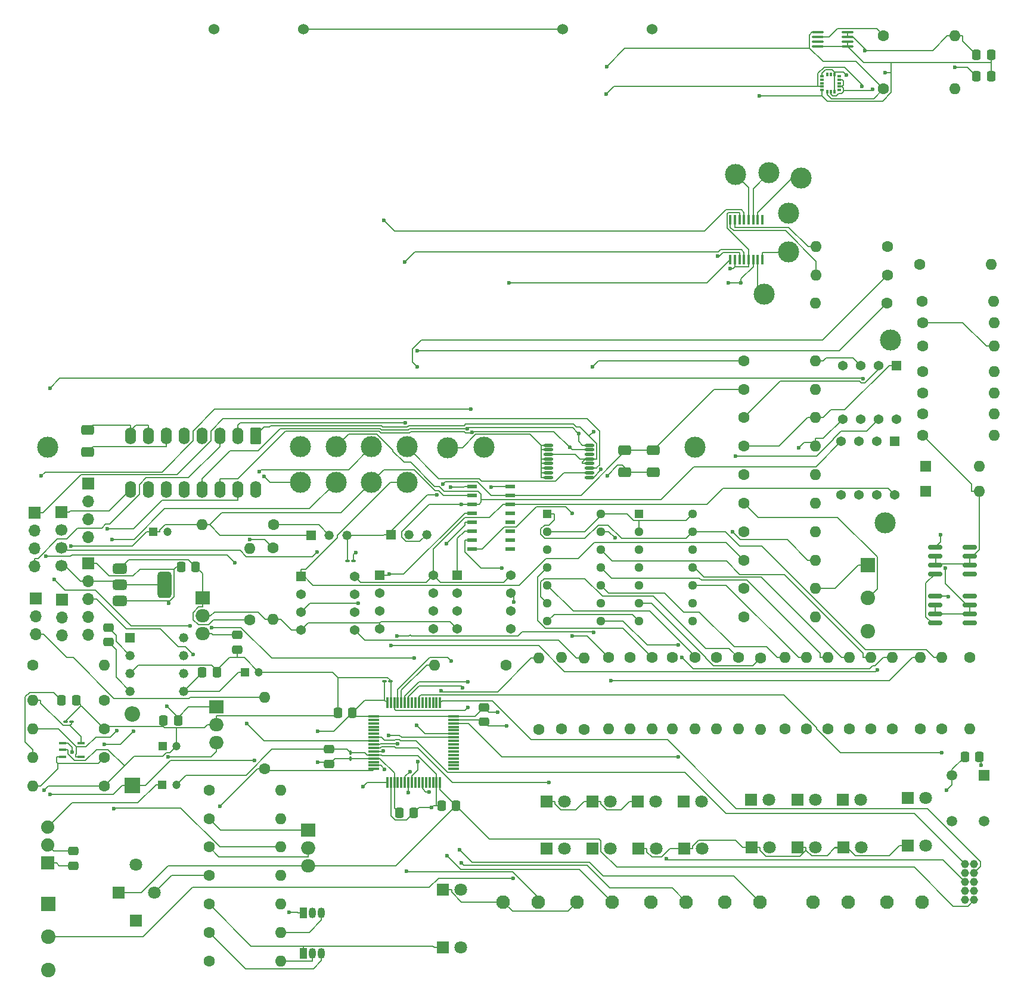
<source format=gbr>
%TF.GenerationSoftware,KiCad,Pcbnew,9.0.1-9.0.1-0~ubuntu24.04.1*%
%TF.CreationDate,2025-05-12T00:52:14+10:00*%
%TF.ProjectId,Sensor_Unit,53656e73-6f72-45f5-956e-69742e6b6963,rev?*%
%TF.SameCoordinates,Original*%
%TF.FileFunction,Copper,L1,Top*%
%TF.FilePolarity,Positive*%
%FSLAX46Y46*%
G04 Gerber Fmt 4.6, Leading zero omitted, Abs format (unit mm)*
G04 Created by KiCad (PCBNEW 9.0.1-9.0.1-0~ubuntu24.04.1) date 2025-05-12 00:52:14*
%MOMM*%
%LPD*%
G01*
G04 APERTURE LIST*
G04 Aperture macros list*
%AMRoundRect*
0 Rectangle with rounded corners*
0 $1 Rounding radius*
0 $2 $3 $4 $5 $6 $7 $8 $9 X,Y pos of 4 corners*
0 Add a 4 corners polygon primitive as box body*
4,1,4,$2,$3,$4,$5,$6,$7,$8,$9,$2,$3,0*
0 Add four circle primitives for the rounded corners*
1,1,$1+$1,$2,$3*
1,1,$1+$1,$4,$5*
1,1,$1+$1,$6,$7*
1,1,$1+$1,$8,$9*
0 Add four rect primitives between the rounded corners*
20,1,$1+$1,$2,$3,$4,$5,0*
20,1,$1+$1,$4,$5,$6,$7,0*
20,1,$1+$1,$6,$7,$8,$9,0*
20,1,$1+$1,$8,$9,$2,$3,0*%
G04 Aperture macros list end*
%TA.AperFunction,ComponentPad*%
%ADD10R,1.371600X1.371600*%
%TD*%
%TA.AperFunction,ComponentPad*%
%ADD11C,1.371600*%
%TD*%
%TA.AperFunction,ComponentPad*%
%ADD12R,1.800000X1.800000*%
%TD*%
%TA.AperFunction,ComponentPad*%
%ADD13C,1.800000*%
%TD*%
%TA.AperFunction,SMDPad,CuDef*%
%ADD14RoundRect,0.100000X-0.217500X-0.100000X0.217500X-0.100000X0.217500X0.100000X-0.217500X0.100000X0*%
%TD*%
%TA.AperFunction,ComponentPad*%
%ADD15C,1.600000*%
%TD*%
%TA.AperFunction,ComponentPad*%
%ADD16O,1.600000X1.600000*%
%TD*%
%TA.AperFunction,SMDPad,CuDef*%
%ADD17RoundRect,0.250000X0.337500X0.475000X-0.337500X0.475000X-0.337500X-0.475000X0.337500X-0.475000X0*%
%TD*%
%TA.AperFunction,ComponentPad*%
%ADD18R,1.320800X1.320800*%
%TD*%
%TA.AperFunction,ComponentPad*%
%ADD19C,1.320800*%
%TD*%
%TA.AperFunction,ComponentPad*%
%ADD20R,2.000000X1.905000*%
%TD*%
%TA.AperFunction,ComponentPad*%
%ADD21O,2.000000X1.905000*%
%TD*%
%TA.AperFunction,ComponentPad*%
%ADD22RoundRect,0.250000X-0.550000X0.950000X-0.550000X-0.950000X0.550000X-0.950000X0.550000X0.950000X0*%
%TD*%
%TA.AperFunction,ComponentPad*%
%ADD23O,1.600000X2.400000*%
%TD*%
%TA.AperFunction,ComponentPad*%
%ADD24C,3.000000*%
%TD*%
%TA.AperFunction,SMDPad,CuDef*%
%ADD25RoundRect,0.100000X0.100000X-0.217500X0.100000X0.217500X-0.100000X0.217500X-0.100000X-0.217500X0*%
%TD*%
%TA.AperFunction,ComponentPad*%
%ADD26R,1.879600X1.879600*%
%TD*%
%TA.AperFunction,ComponentPad*%
%ADD27C,1.879600*%
%TD*%
%TA.AperFunction,SMDPad,CuDef*%
%ADD28RoundRect,0.375000X-0.625000X-0.375000X0.625000X-0.375000X0.625000X0.375000X-0.625000X0.375000X0*%
%TD*%
%TA.AperFunction,SMDPad,CuDef*%
%ADD29RoundRect,0.500000X-0.500000X-1.400000X0.500000X-1.400000X0.500000X1.400000X-0.500000X1.400000X0*%
%TD*%
%TA.AperFunction,SMDPad,CuDef*%
%ADD30RoundRect,0.250000X-0.337500X-0.475000X0.337500X-0.475000X0.337500X0.475000X-0.337500X0.475000X0*%
%TD*%
%TA.AperFunction,SMDPad,CuDef*%
%ADD31RoundRect,0.087500X-0.187500X-0.087500X0.187500X-0.087500X0.187500X0.087500X-0.187500X0.087500X0*%
%TD*%
%TA.AperFunction,SMDPad,CuDef*%
%ADD32RoundRect,0.087500X-0.087500X-0.187500X0.087500X-0.187500X0.087500X0.187500X-0.087500X0.187500X0*%
%TD*%
%TA.AperFunction,ComponentPad*%
%ADD33R,1.200000X1.200000*%
%TD*%
%TA.AperFunction,ComponentPad*%
%ADD34C,1.200000*%
%TD*%
%TA.AperFunction,ComponentPad*%
%ADD35R,1.700000X1.700000*%
%TD*%
%TA.AperFunction,ComponentPad*%
%ADD36O,1.700000X1.700000*%
%TD*%
%TA.AperFunction,ComponentPad*%
%ADD37R,1.600000X1.600000*%
%TD*%
%TA.AperFunction,SMDPad,CuDef*%
%ADD38RoundRect,0.250000X-0.475000X0.337500X-0.475000X-0.337500X0.475000X-0.337500X0.475000X0.337500X0*%
%TD*%
%TA.AperFunction,ComponentPad*%
%ADD39C,1.950000*%
%TD*%
%TA.AperFunction,SMDPad,CuDef*%
%ADD40RoundRect,0.250000X0.475000X-0.337500X0.475000X0.337500X-0.475000X0.337500X-0.475000X-0.337500X0*%
%TD*%
%TA.AperFunction,SMDPad,CuDef*%
%ADD41O,1.400000X0.449999*%
%TD*%
%TA.AperFunction,ComponentPad*%
%ADD42R,1.050000X1.500000*%
%TD*%
%TA.AperFunction,ComponentPad*%
%ADD43O,1.050000X1.500000*%
%TD*%
%TA.AperFunction,SMDPad,CuDef*%
%ADD44RoundRect,0.150000X-0.825000X-0.150000X0.825000X-0.150000X0.825000X0.150000X-0.825000X0.150000X0*%
%TD*%
%TA.AperFunction,ComponentPad*%
%ADD45C,1.168400*%
%TD*%
%TA.AperFunction,ComponentPad*%
%ADD46R,1.295400X1.295400*%
%TD*%
%TA.AperFunction,ComponentPad*%
%ADD47C,1.295400*%
%TD*%
%TA.AperFunction,SMDPad,CuDef*%
%ADD48R,1.460500X0.558800*%
%TD*%
%TA.AperFunction,SMDPad,CuDef*%
%ADD49C,3.000000*%
%TD*%
%TA.AperFunction,ComponentPad*%
%ADD50C,1.530000*%
%TD*%
%TA.AperFunction,SMDPad,CuDef*%
%ADD51RoundRect,0.100000X-0.712500X-0.100000X0.712500X-0.100000X0.712500X0.100000X-0.712500X0.100000X0*%
%TD*%
%TA.AperFunction,ComponentPad*%
%ADD52R,2.057400X2.057400*%
%TD*%
%TA.AperFunction,ComponentPad*%
%ADD53C,2.057400*%
%TD*%
%TA.AperFunction,SMDPad,CuDef*%
%ADD54RoundRect,0.250000X0.650000X-0.412500X0.650000X0.412500X-0.650000X0.412500X-0.650000X-0.412500X0*%
%TD*%
%TA.AperFunction,SMDPad,CuDef*%
%ADD55R,0.355600X1.473200*%
%TD*%
%TA.AperFunction,SMDPad,CuDef*%
%ADD56RoundRect,0.075000X-0.700000X-0.075000X0.700000X-0.075000X0.700000X0.075000X-0.700000X0.075000X0*%
%TD*%
%TA.AperFunction,SMDPad,CuDef*%
%ADD57RoundRect,0.075000X-0.075000X-0.700000X0.075000X-0.700000X0.075000X0.700000X-0.075000X0.700000X0*%
%TD*%
%TA.AperFunction,ComponentPad*%
%ADD58R,2.200000X2.200000*%
%TD*%
%TA.AperFunction,ComponentPad*%
%ADD59O,2.200000X2.200000*%
%TD*%
%TA.AperFunction,ComponentPad*%
%ADD60R,1.498600X1.498600*%
%TD*%
%TA.AperFunction,ComponentPad*%
%ADD61C,1.498600*%
%TD*%
%TA.AperFunction,ComponentPad*%
%ADD62C,1.700000*%
%TD*%
%TA.AperFunction,SMDPad,CuDef*%
%ADD63R,0.977900X0.406400*%
%TD*%
%TA.AperFunction,ViaPad*%
%ADD64C,0.600000*%
%TD*%
%TA.AperFunction,Conductor*%
%ADD65C,0.200000*%
%TD*%
G04 APERTURE END LIST*
D10*
%TO.P,U17,1*%
%TO.N,CH3_Buffered*%
X91190000Y-104190000D03*
D11*
%TO.P,U17,2,-*%
X91190000Y-106730000D03*
%TO.P,U17,3,+*%
%TO.N,Net-(U17A-+)*%
X91190000Y-109270000D03*
%TO.P,U17,4,V-*%
%TO.N,-15V*%
X91190000Y-111810000D03*
%TO.P,U17,5,+*%
%TO.N,Net-(U17B-+)*%
X98810000Y-111810000D03*
%TO.P,U17,6,-*%
%TO.N,CH4_Buffered*%
X98810000Y-109270000D03*
%TO.P,U17,7*%
X98810000Y-106730000D03*
%TO.P,U17,8,V+*%
%TO.N,+15V*%
X98810000Y-104190000D03*
%TD*%
D12*
%TO.P,LED19,1,K*%
%TO.N,GND*%
X89181800Y-148906000D03*
D13*
%TO.P,LED19,2,A*%
%TO.N,Net-(LED19-A)*%
X91721800Y-148906000D03*
%TD*%
D14*
%TO.P,C1,1*%
%TO.N,+3V3*%
X80866600Y-119264600D03*
%TO.P,C1,2*%
%TO.N,GND*%
X81681600Y-119264600D03*
%TD*%
D15*
%TO.P,R15,1*%
%TO.N,TX_OPTICAL*%
X55920000Y-134750000D03*
D16*
%TO.P,R15,2*%
%TO.N,Net-(Q2-G)*%
X66080000Y-134750000D03*
%TD*%
D15*
%TO.P,R38,1*%
%TO.N,Net-(U15-Q0)*%
X112697500Y-115902600D03*
D16*
%TO.P,R38,2*%
%TO.N,Net-(LED10-A)*%
X112697500Y-126062600D03*
%TD*%
D17*
%TO.P,C16,1*%
%TO.N,+15V*%
X51522600Y-124839800D03*
%TO.P,C16,2*%
%TO.N,GND*%
X49447600Y-124839800D03*
%TD*%
D18*
%TO.P,U10,1,TEST*%
%TO.N,unconnected-(U10-TEST-Pad1)*%
X44716300Y-113073400D03*
D19*
%TO.P,U10,2,C+*%
%TO.N,Net-(U10-C+)*%
X44716300Y-115613400D03*
%TO.P,U10,3,GND*%
%TO.N,GND*%
X44716300Y-118153400D03*
%TO.P,U10,4,C-*%
%TO.N,Net-(U10-C-)*%
X44716300Y-120693400D03*
%TO.P,U10,5,VOUT*%
%TO.N,-15V*%
X52336300Y-120693400D03*
%TO.P,U10,6,VR*%
%TO.N,unconnected-(U10-VR-Pad6)*%
X52336300Y-118153400D03*
%TO.P,U10,7,OSC*%
%TO.N,unconnected-(U10-OSC-Pad7)*%
X52336300Y-115613400D03*
%TO.P,U10,8,V+*%
%TO.N,+15V*%
X52336300Y-113073400D03*
%TD*%
D20*
%TO.P,U9,1,VI*%
%TO.N,+15V*%
X57000000Y-122920000D03*
D21*
%TO.P,U9,2,GND*%
%TO.N,GND*%
X57000000Y-125460000D03*
%TO.P,U9,3,VO*%
%TO.N,+5V*%
X57000000Y-128000000D03*
%TD*%
D12*
%TO.P,LED16,1,K*%
%TO.N,GND*%
X139508200Y-142906500D03*
D13*
%TO.P,LED16,2,A*%
%TO.N,Net-(LED16-A)*%
X142048200Y-142906500D03*
%TD*%
D22*
%TO.P,U23,1,REFP*%
%TO.N,+3.3V*%
X62540000Y-84380000D03*
D23*
%TO.P,U23,2,VIN1N*%
%TO.N,ADC1_IN2*%
X60000000Y-84380000D03*
%TO.P,U23,3,VIN1P*%
%TO.N,NAU7802_VIN1P*%
X57460000Y-84380000D03*
%TO.P,U23,4,VIN2N*%
%TO.N,Net-(U23-VIN2N)*%
X54920000Y-84380000D03*
%TO.P,U23,5,VIN2P*%
%TO.N,Net-(U23-VIN2P)*%
X52380000Y-84380000D03*
%TO.P,U23,6,VBG*%
%TO.N,Net-(U23-VBG)*%
X49840000Y-84380000D03*
%TO.P,U23,7,REFN*%
%TO.N,GND*%
X47300000Y-84380000D03*
%TO.P,U23,8,AVSS*%
X44760000Y-84380000D03*
%TO.P,U23,9,DVSS*%
X44760000Y-92000000D03*
%TO.P,U23,10,XIN*%
%TO.N,unconnected-(U23-XIN-Pad10)*%
X47300000Y-92000000D03*
%TO.P,U23,11,XOUT*%
%TO.N,unconnected-(U23-XOUT-Pad11)*%
X49840000Y-92000000D03*
%TO.P,U23,12,DRDY*%
%TO.N,unconnected-(U23-DRDY-Pad12)*%
X52380000Y-92000000D03*
%TO.P,U23,13,SCLK*%
%TO.N,I2C_SCL*%
X54920000Y-92000000D03*
%TO.P,U23,14,SDIO*%
%TO.N,I2C_SDA*%
X57460000Y-92000000D03*
%TO.P,U23,15,DVDD*%
%TO.N,+3.3V*%
X60000000Y-92000000D03*
%TO.P,U23,16,AVDD/LDO*%
%TO.N,unconnected-(U23-AVDD{slash}LDO-Pad16)*%
X62540000Y-92000000D03*
%TD*%
D24*
%TO.P,TP2,1,1*%
%TO.N,+9V*%
X95000000Y-86000000D03*
%TD*%
D25*
%TO.P,C7,1*%
%TO.N,+3V3*%
X76000000Y-130240000D03*
%TO.P,C7,2*%
%TO.N,GND*%
X76000000Y-129425000D03*
%TD*%
D24*
%TO.P,TP5,1,1*%
%TO.N,-15V*%
X73950000Y-85950000D03*
%TD*%
D15*
%TO.P,R44,1*%
%TO.N,Net-(LED16-A)*%
X143852600Y-126074300D03*
D16*
%TO.P,R44,2*%
%TO.N,Net-(U15-Q5)*%
X143852600Y-115914300D03*
%TD*%
D26*
%TO.P,U8,1,IN*%
%TO.N,17V*%
X33000000Y-145080000D03*
D27*
%TO.P,U8,2,GND*%
%TO.N,GND*%
X33000000Y-142540000D03*
%TO.P,U8,3,OUT*%
%TO.N,+15V*%
X33000000Y-140000000D03*
%TD*%
D15*
%TO.P,R16,1*%
%TO.N,Net-(Q2-G)*%
X55920000Y-138800000D03*
D16*
%TO.P,R16,2*%
%TO.N,+5V*%
X66080000Y-138800000D03*
%TD*%
D24*
%TO.P,TP9,1,1*%
%TO.N,ADC1_IN2*%
X84050000Y-85950000D03*
%TD*%
D28*
%TO.P,U13,1,GND*%
%TO.N,GND*%
X43289200Y-103245500D03*
%TO.P,U13,2,VO*%
%TO.N,+3V3*%
X43289200Y-105545500D03*
D29*
X49589200Y-105545500D03*
D28*
%TO.P,U13,3,VI*%
%TO.N,+5V*%
X43289200Y-107845500D03*
%TD*%
D12*
%TO.P,LED11,1,K*%
%TO.N,GND*%
X110389400Y-143082300D03*
D13*
%TO.P,LED11,2,A*%
%TO.N,Net-(LED11-A)*%
X112929400Y-143082300D03*
%TD*%
D15*
%TO.P,R57,1*%
%TO.N,-1V65*%
X131920000Y-102050000D03*
D16*
%TO.P,R57,2*%
%TO.N,Net-(U20A--)*%
X142080000Y-102050000D03*
%TD*%
D30*
%TO.P,C5,1*%
%TO.N,+3V3*%
X82962500Y-138000000D03*
%TO.P,C5,2*%
%TO.N,GND*%
X85037500Y-138000000D03*
%TD*%
D15*
%TO.P,R17,1*%
%TO.N,Net-(Q2-D)*%
X55920000Y-142850000D03*
D16*
%TO.P,R17,2*%
%TO.N,Net-(J5-Pin_1)*%
X66080000Y-142850000D03*
%TD*%
D12*
%TO.P,LED8,1,K*%
%TO.N,GND*%
X139483200Y-136156500D03*
D13*
%TO.P,LED8,2,A*%
%TO.N,Net-(LED8-A)*%
X142023200Y-136156500D03*
%TD*%
D15*
%TO.P,R49,1*%
%TO.N,Net-(LED19-A)*%
X102818700Y-126131300D03*
D16*
%TO.P,R49,2*%
%TO.N,SAMPLING_LED*%
X102818700Y-115971300D03*
%TD*%
D15*
%TO.P,R36,1*%
%TO.N,Net-(LED8-A)*%
X146905200Y-126076100D03*
D16*
%TO.P,R36,2*%
%TO.N,Net-(U14-Q5)*%
X146905200Y-115916100D03*
%TD*%
D15*
%TO.P,R28,1*%
%TO.N,GND*%
X109247700Y-126160000D03*
D16*
%TO.P,R28,2*%
%TO.N,Net-(U12B-+)*%
X109247700Y-116000000D03*
%TD*%
D15*
%TO.P,R25,1*%
%TO.N,Net-(U12A-+)*%
X65037200Y-100304200D03*
D16*
%TO.P,R25,2*%
%TO.N,-15V*%
X65037200Y-110464200D03*
%TD*%
D31*
%TO.P,U4,1,VDD_IO*%
%TO.N,VDD +3.3V*%
X143025000Y-33225000D03*
%TO.P,U4,2,NC*%
%TO.N,unconnected-(U4-NC-Pad2)*%
X143025000Y-33725000D03*
%TO.P,U4,3,NC*%
%TO.N,unconnected-(U4-NC-Pad3)*%
X143025000Y-34225000D03*
%TO.P,U4,4,SPC*%
%TO.N,I2C_SCL*%
X143025000Y-34725000D03*
%TO.P,U4,5,GND*%
%TO.N,GND*%
X143025000Y-35225000D03*
D32*
%TO.P,U4,6,SDI*%
%TO.N,I2C_SDA*%
X143750000Y-35450000D03*
%TO.P,U4,7,SDO*%
%TO.N,GND*%
X144250000Y-35450000D03*
%TO.P,U4,8,CS*%
%TO.N,VDD +3.3V*%
X144750000Y-35450000D03*
D31*
%TO.P,U4,9,INT2*%
%TO.N,unconnected-(U4-INT2-Pad9)*%
X145475000Y-35225000D03*
%TO.P,U4,10,GND*%
%TO.N,GND*%
X145475000Y-34725000D03*
%TO.P,U4,11,INT1*%
%TO.N,unconnected-(U4-INT1-Pad11)*%
X145475000Y-34225000D03*
%TO.P,U4,12,GND*%
%TO.N,GND*%
X145475000Y-33725000D03*
%TO.P,U4,13,ADC3*%
%TO.N,unconnected-(U4-ADC3-Pad13)*%
X145475000Y-33225000D03*
D32*
%TO.P,U4,14,VDD*%
%TO.N,VDD +3.3V*%
X144750000Y-33000000D03*
%TO.P,U4,15,ADC2*%
%TO.N,unconnected-(U4-ADC2-Pad15)*%
X144250000Y-33000000D03*
%TO.P,U4,16,ADC1*%
%TO.N,unconnected-(U4-ADC1-Pad16)*%
X143750000Y-33000000D03*
%TD*%
D33*
%TO.P,C17,1*%
%TO.N,+5V*%
X49337700Y-128496800D03*
D34*
%TO.P,C17,2*%
%TO.N,GND*%
X51337700Y-128496800D03*
%TD*%
D10*
%TO.P,U19,1*%
%TO.N,Net-(R52-Pad2)*%
X153540000Y-74380000D03*
D11*
%TO.P,U19,2,-*%
%TO.N,Net-(U19A--)*%
X151000000Y-74380000D03*
%TO.P,U19,3,+*%
%TO.N,Net-(U19A-+)*%
X148460000Y-74380000D03*
%TO.P,U19,4,V-*%
%TO.N,-15V*%
X145920000Y-74380000D03*
%TO.P,U19,5,+*%
%TO.N,/range_switching/POT_2W*%
X145920000Y-82000000D03*
%TO.P,U19,6,-*%
%TO.N,/range_switching/POT_1W*%
X148460000Y-82000000D03*
%TO.P,U19,7*%
%TO.N,/range_switching/POT_1B*%
X151000000Y-82000000D03*
%TO.P,U19,8,V+*%
%TO.N,+15V*%
X153540000Y-82000000D03*
%TD*%
D15*
%TO.P,R3,1*%
%TO.N,/Sensor MCU/SPI_MISO_*%
X152250000Y-65500000D03*
D16*
%TO.P,R3,2*%
%TO.N,SPI_MISO*%
X142090000Y-65500000D03*
%TD*%
D24*
%TO.P,TP6,1,1*%
%TO.N,+5V*%
X73950000Y-91000000D03*
%TD*%
D35*
%TO.P,J6,1,Pin_1*%
%TO.N,+3V3*%
X38780200Y-91121900D03*
D36*
%TO.P,J6,2,Pin_2*%
%TO.N,/Optical Link/FD_AN*%
X38780200Y-93661900D03*
%TO.P,J6,3,Pin_3*%
%TO.N,/Optical Link/LED_CA*%
X38780200Y-96201900D03*
%TO.P,J6,4,Pin_4*%
%TO.N,/Optical Link/LED_AN*%
X38780200Y-98741900D03*
%TD*%
D24*
%TO.P,TP16,1,1*%
%TO.N,/range_switching/POT_1W*%
X135500000Y-47000000D03*
%TD*%
D15*
%TO.P,R40,1*%
%TO.N,Net-(U15-Q2)*%
X124967100Y-115920000D03*
D16*
%TO.P,R40,2*%
%TO.N,Net-(LED12-A)*%
X124967100Y-126080000D03*
%TD*%
D37*
%TO.P,D3,1,K*%
%TO.N,Net-(D3-K)*%
X157740100Y-92276500D03*
D16*
%TO.P,D3,2,A*%
%TO.N,Net-(D3-A)*%
X165360100Y-92276500D03*
%TD*%
D38*
%TO.P,C18,1*%
%TO.N,Net-(U10-C+)*%
X41660500Y-111632400D03*
%TO.P,C18,2*%
%TO.N,Net-(U10-C-)*%
X41660500Y-113707400D03*
%TD*%
D39*
%TO.P,J11,1*%
%TO.N,GND*%
X129221800Y-150656200D03*
%TO.P,J11,2*%
%TO.N,Net-(U17B-+)*%
X134221800Y-150656200D03*
%TD*%
D15*
%TO.P,R41,1*%
%TO.N,Net-(U15-Q3)*%
X131130000Y-115924000D03*
D16*
%TO.P,R41,2*%
%TO.N,Net-(LED13-A)*%
X131130000Y-126084000D03*
%TD*%
D15*
%TO.P,R37,1*%
%TO.N,Net-(LED9-A)*%
X140800000Y-126074700D03*
D16*
%TO.P,R37,2*%
%TO.N,Net-(U14-Q4)*%
X140800000Y-115914700D03*
%TD*%
D10*
%TO.P,U16,1*%
%TO.N,CH1_Buffered*%
X80190000Y-104190000D03*
D11*
%TO.P,U16,2,-*%
X80190000Y-106730000D03*
%TO.P,U16,3,+*%
%TO.N,Net-(U16A-+)*%
X80190000Y-109270000D03*
%TO.P,U16,4,V-*%
%TO.N,-15V*%
X80190000Y-111810000D03*
%TO.P,U16,5,+*%
%TO.N,Net-(U16B-+)*%
X87810000Y-111810000D03*
%TO.P,U16,6,-*%
%TO.N,CH2_Buffered*%
X87810000Y-109270000D03*
%TO.P,U16,7*%
X87810000Y-106730000D03*
%TO.P,U16,8,V+*%
%TO.N,+15V*%
X87810000Y-104190000D03*
%TD*%
D40*
%TO.P,C6,1*%
%TO.N,+3V3*%
X73000000Y-131037500D03*
%TO.P,C6,2*%
%TO.N,GND*%
X73000000Y-128962500D03*
%TD*%
D12*
%TO.P,LED7,1,K*%
%TO.N,GND*%
X145983200Y-136156500D03*
D13*
%TO.P,LED7,2,A*%
%TO.N,Net-(LED7-A)*%
X148523200Y-136156500D03*
%TD*%
D15*
%TO.P,R42,1*%
%TO.N,Net-(LED14-A)*%
X156952200Y-126080000D03*
D16*
%TO.P,R42,2*%
%TO.N,Net-(U15-Q7)*%
X156952200Y-115920000D03*
%TD*%
D20*
%TO.P,U11,1,GND*%
%TO.N,GND*%
X55000000Y-107460000D03*
D21*
%TO.P,U11,2,VI*%
%TO.N,-15V*%
X55000000Y-110000000D03*
%TO.P,U11,3,VO*%
%TO.N,-5V*%
X55000000Y-112540000D03*
%TD*%
D24*
%TO.P,TP7,1,1*%
%TO.N,-5V*%
X79000000Y-85950000D03*
%TD*%
D15*
%TO.P,R39,1*%
%TO.N,Net-(U15-Q1)*%
X118834600Y-115902600D03*
D16*
%TO.P,R39,2*%
%TO.N,Net-(LED11-A)*%
X118834600Y-126062600D03*
%TD*%
D15*
%TO.P,R53,1*%
%TO.N,Net-(R52-Pad2)*%
X131920000Y-85850000D03*
D16*
%TO.P,R53,2*%
%TO.N,/range_switching/POT_2W*%
X142080000Y-85850000D03*
%TD*%
D12*
%TO.P,LED4,1,K*%
%TO.N,GND*%
X116854400Y-136332300D03*
D13*
%TO.P,LED4,2,A*%
%TO.N,Net-(LED4-A)*%
X119394400Y-136332300D03*
%TD*%
D24*
%TO.P,TP15,1,1*%
%TO.N,Net-(U21-A1)*%
X140000000Y-47750000D03*
%TD*%
%TO.P,TP10,1,1*%
%TO.N,-1V65*%
X84050000Y-91000000D03*
%TD*%
D20*
%TO.P,Q2,1,G*%
%TO.N,Net-(Q2-G)*%
X70000000Y-140460000D03*
D21*
%TO.P,Q2,2,D*%
%TO.N,Net-(Q2-D)*%
X70000000Y-143000000D03*
%TO.P,Q2,3,S*%
%TO.N,+3V3*%
X70000000Y-145540000D03*
%TD*%
D15*
%TO.P,R59,1*%
%TO.N,GND*%
X98080000Y-117000000D03*
D16*
%TO.P,R59,2*%
%TO.N,Net-(U1-PH3)*%
X87920000Y-117000000D03*
%TD*%
D41*
%TO.P,U22,1,A0*%
%TO.N,GND*%
X104100001Y-85725001D03*
%TO.P,U22,2,A1*%
X104100001Y-86375002D03*
%TO.P,U22,3,RESET_N*%
%TO.N,+3.3V*%
X104100001Y-87025001D03*
%TO.P,U22,4,DGND*%
%TO.N,GND*%
X104100001Y-87675002D03*
%TO.P,U22,5,AGND*%
X104100001Y-88325001D03*
%TO.P,U22,6,AIN3*%
X104100001Y-88975002D03*
%TO.P,U22,7,AIN2*%
X104100001Y-89625001D03*
%TO.P,U22,8,REFN*%
X104100001Y-90275002D03*
%TO.P,U22,9,REFP*%
%TO.N,+3.3V*%
X110000002Y-90275002D03*
%TO.P,U22,10,AIN1*%
%TO.N,ADC1_IN2*%
X110000002Y-89625001D03*
%TO.P,U22,11,AIN0*%
%TO.N,ADS1119_AINP*%
X110000002Y-88975002D03*
%TO.P,U22,12,AVDD*%
%TO.N,+3.3V*%
X110000002Y-88325001D03*
%TO.P,U22,13,DVDD*%
X110000002Y-87675002D03*
%TO.P,U22,14,DRDY_N*%
%TO.N,unconnected-(U22-DRDY_N-Pad14)*%
X110000002Y-87025001D03*
%TO.P,U22,15,SDA*%
%TO.N,I2C_SDA*%
X110000002Y-86375002D03*
%TO.P,U22,16,SCL*%
%TO.N,I2C_SCL*%
X110000002Y-85725001D03*
%TD*%
D42*
%TO.P,Q3,1,E*%
%TO.N,GND*%
X69373900Y-157967200D03*
D43*
%TO.P,Q3,2,B*%
%TO.N,Net-(Q3-B)*%
X70643900Y-157967200D03*
%TO.P,Q3,3,C*%
%TO.N,RX_OPTICAL*%
X71913900Y-157967200D03*
%TD*%
D15*
%TO.P,R14,1*%
%TO.N,TX_OPTICAL*%
X63794700Y-131702200D03*
D16*
%TO.P,R14,2*%
%TO.N,Net-(J4-Pin_3)*%
X63794700Y-121542200D03*
%TD*%
D44*
%TO.P,U6,1*%
%TO.N,Net-(R8-Pad1)*%
X159050000Y-100190000D03*
%TO.P,U6,2*%
%TO.N,Net-(D3-A)*%
X159050000Y-101460000D03*
%TO.P,U6,3*%
X159050000Y-102730000D03*
%TO.P,U6,4*%
%TO.N,VDD +10V*%
X159050000Y-104000000D03*
%TO.P,U6,5*%
%TO.N,N/C*%
X164000000Y-104000000D03*
%TO.P,U6,6*%
%TO.N,Net-(D3-A)*%
X164000000Y-102730000D03*
%TO.P,U6,7*%
X164000000Y-101460000D03*
%TO.P,U6,8*%
%TO.N,N/C*%
X164000000Y-100190000D03*
%TD*%
D12*
%TO.P,LED12,1,K*%
%TO.N,GND*%
X116904400Y-143082300D03*
D13*
%TO.P,LED12,2,A*%
%TO.N,Net-(LED12-A)*%
X119444400Y-143082300D03*
%TD*%
D10*
%TO.P,U20,1*%
%TO.N,Net-(J12-Pin_2)*%
X153350000Y-85190000D03*
D11*
%TO.P,U20,2,-*%
%TO.N,Net-(U20A--)*%
X150810000Y-85190000D03*
%TO.P,U20,3,+*%
%TO.N,Net-(U20A-+)*%
X148270000Y-85190000D03*
%TO.P,U20,4,V-*%
%TO.N,-15V*%
X145730000Y-85190000D03*
%TO.P,U20,5*%
%TO.N,N/C*%
X145730000Y-92810000D03*
%TO.P,U20,6*%
X148270000Y-92810000D03*
%TO.P,U20,7*%
X150810000Y-92810000D03*
%TO.P,U20,8,V+*%
%TO.N,+15V*%
X153350000Y-92810000D03*
%TD*%
D15*
%TO.P,R10,1*%
%TO.N,Net-(D2-A)*%
X157280100Y-75276500D03*
D16*
%TO.P,R10,2*%
%TO.N,Net-(R10-Pad2)*%
X167440100Y-75276500D03*
%TD*%
D15*
%TO.P,R27,1*%
%TO.N,Net-(U12B-+)*%
X65080000Y-97000000D03*
D16*
%TO.P,R27,2*%
%TO.N,+3V3*%
X54920000Y-97000000D03*
%TD*%
D15*
%TO.P,R61,1*%
%TO.N,GND*%
X131920000Y-110150000D03*
D16*
%TO.P,R61,2*%
%TO.N,Net-(U19A--)*%
X142080000Y-110150000D03*
%TD*%
D35*
%TO.P,J4,1,Pin_1*%
%TO.N,GND*%
X31307600Y-107535000D03*
D36*
%TO.P,J4,2,Pin_2*%
%TO.N,/Optical Link/LED_CA*%
X31307600Y-110075000D03*
%TO.P,J4,3,Pin_3*%
%TO.N,Net-(J4-Pin_3)*%
X31307600Y-112615000D03*
%TD*%
D15*
%TO.P,L3,1,1*%
%TO.N,+9V*%
X30920000Y-117000000D03*
D16*
%TO.P,L3,2,2*%
%TO.N,Net-(D23-A)*%
X41080000Y-117000000D03*
%TD*%
D15*
%TO.P,R12,1*%
%TO.N,Net-(D3-K)*%
X157280100Y-81276500D03*
D16*
%TO.P,R12,2*%
%TO.N,Net-(R12-Pad2)*%
X167440100Y-81276500D03*
%TD*%
D45*
%TO.P,J1,1,VTG*%
%TO.N,+3V3*%
X164604600Y-150354700D03*
%TO.P,J1,2,GND*%
%TO.N,GND*%
X163334600Y-150354700D03*
%TO.P,J1,3,GND*%
X164604600Y-149084700D03*
%TO.P,J1,4,KEY*%
%TO.N,unconnected-(J1-KEY-Pad4)*%
X163334600Y-149084700D03*
%TO.P,J1,5,GND*%
%TO.N,GND*%
X164604600Y-147814700D03*
%TO.P,J1,6,RST*%
%TO.N,JLink_SWDIO*%
X163334600Y-147814700D03*
%TO.P,J1,7,NC*%
%TO.N,JLink_CLK*%
X164604600Y-146544700D03*
%TO.P,J1,8,SWO*%
%TO.N,JLink_SWO*%
X163334600Y-146544700D03*
%TO.P,J1,9,CLK*%
%TO.N,unconnected-(J1-CLK-Pad9)*%
X164604600Y-145274700D03*
%TO.P,J1,10,SWDIO*%
%TO.N,JLink_RST*%
X163334600Y-145274700D03*
%TD*%
D39*
%TO.P,J8,1*%
%TO.N,GND*%
X97721800Y-150656200D03*
%TO.P,J8,2*%
%TO.N,Net-(U16A-+)*%
X102721800Y-150656200D03*
%TD*%
D19*
%TO.P,R46,1,1*%
%TO.N,-15V*%
X86826200Y-98409400D03*
%TO.P,R46,2,2*%
%TO.N,Net-(U12A-+)*%
X84286200Y-98409400D03*
D18*
%TO.P,R46,3,3*%
%TO.N,GND*%
X81746200Y-98409400D03*
%TD*%
D15*
%TO.P,R47,1*%
%TO.N,Net-(C25-Pad1)*%
X164000000Y-115920000D03*
D16*
%TO.P,R47,2*%
%TO.N,GND*%
X164000000Y-126080000D03*
%TD*%
D15*
%TO.P,R50,1*%
%TO.N,Net-(U18-DA)*%
X131920000Y-73700000D03*
D16*
%TO.P,R50,2*%
%TO.N,Net-(U19A-+)*%
X142080000Y-73700000D03*
%TD*%
D12*
%TO.P,LED10,1,K*%
%TO.N,GND*%
X103889400Y-143082300D03*
D13*
%TO.P,LED10,2,A*%
%TO.N,Net-(LED10-A)*%
X106429400Y-143082300D03*
%TD*%
D14*
%TO.P,C12,1*%
%TO.N,GND*%
X35592500Y-125000000D03*
%TO.P,C12,2*%
%TO.N,+9V*%
X36407500Y-125000000D03*
%TD*%
D30*
%TO.P,C23,1*%
%TO.N,+5V*%
X51962500Y-103000000D03*
%TO.P,C23,2*%
%TO.N,GND*%
X54037500Y-103000000D03*
%TD*%
D46*
%TO.P,U15,1,DS1*%
%TO.N,Net-(U14-Q7)*%
X104000000Y-95460000D03*
D47*
%TO.P,U15,2,DS2*%
%TO.N,+3V3*%
X104000000Y-98000000D03*
%TO.P,U15,3,Q0*%
%TO.N,Net-(U15-Q0)*%
X104000000Y-100540000D03*
%TO.P,U15,4,Q1*%
%TO.N,Net-(U15-Q1)*%
X104000000Y-103080000D03*
%TO.P,U15,5,Q2*%
%TO.N,Net-(U15-Q2)*%
X104000000Y-105620000D03*
%TO.P,U15,6,Q3*%
%TO.N,Net-(U15-Q3)*%
X104000000Y-108160000D03*
%TO.P,U15,7,GND*%
%TO.N,GND*%
X104000000Y-110700000D03*
%TO.P,U15,8,CP*%
%TO.N,ALARM_CLK*%
X111620000Y-110700000D03*
%TO.P,U15,9,\u002AMR*%
%TO.N,+3V3*%
X111620000Y-108160000D03*
%TO.P,U15,10,Q4*%
%TO.N,Net-(U15-Q4)*%
X111620000Y-105620000D03*
%TO.P,U15,11,Q5*%
%TO.N,Net-(U15-Q5)*%
X111620000Y-103080000D03*
%TO.P,U15,12,Q6*%
%TO.N,Net-(U15-Q6)*%
X111620000Y-100540000D03*
%TO.P,U15,13,Q7*%
%TO.N,Net-(U15-Q7)*%
X111620000Y-98000000D03*
%TO.P,U15,14,VCC*%
%TO.N,+3V3*%
X111620000Y-95460000D03*
%TD*%
D30*
%TO.P,C10,1*%
%TO.N,VDD +3.3V*%
X164962500Y-30240000D03*
%TO.P,C10,2*%
%TO.N,GND*%
X167037500Y-30240000D03*
%TD*%
D40*
%TO.P,C14,1*%
%TO.N,17V*%
X36658800Y-145499700D03*
%TO.P,C14,2*%
%TO.N,GND*%
X36658800Y-143424700D03*
%TD*%
D15*
%TO.P,R19,1*%
%TO.N,GND*%
X55920000Y-150950000D03*
D16*
%TO.P,R19,2*%
%TO.N,Net-(Q1-E)*%
X66080000Y-150950000D03*
%TD*%
D15*
%TO.P,R55,1*%
%TO.N,GND*%
X131920000Y-93950000D03*
D16*
%TO.P,R55,2*%
%TO.N,Net-(U20A-+)*%
X142080000Y-93950000D03*
%TD*%
D15*
%TO.P,R58,1*%
%TO.N,Net-(U20A--)*%
X131920000Y-106100000D03*
D16*
%TO.P,R58,2*%
%TO.N,Net-(J12-Pin_2)*%
X142080000Y-106100000D03*
%TD*%
D15*
%TO.P,R26,1*%
%TO.N,GND*%
X61683900Y-110558700D03*
D16*
%TO.P,R26,2*%
%TO.N,Net-(U12A-+)*%
X61683900Y-100398700D03*
%TD*%
D38*
%TO.P,C20,1*%
%TO.N,-5V*%
X59957600Y-112700900D03*
%TO.P,C20,2*%
%TO.N,GND*%
X59957600Y-114775900D03*
%TD*%
D15*
%TO.P,R6,1*%
%TO.N,Net-(R10-Pad2)*%
X156920000Y-60000000D03*
D16*
%TO.P,R6,2*%
%TO.N,Net-(R6-Pad2)*%
X167080000Y-60000000D03*
%TD*%
D24*
%TO.P,TP13,1,1*%
%TO.N,/range_switching/POT_1B*%
X130750000Y-47250000D03*
%TD*%
D35*
%TO.P,J5,1,Pin_1*%
%TO.N,Net-(J5-Pin_1)*%
X35086000Y-107653000D03*
D36*
%TO.P,J5,2,Pin_2*%
%TO.N,/Optical Link/LED_AN*%
X35086000Y-110193000D03*
%TO.P,J5,3,Pin_3*%
%TO.N,+3.3V*%
X35086000Y-112733000D03*
%TD*%
D15*
%TO.P,R35,1*%
%TO.N,Net-(LED7-A)*%
X153000000Y-126080000D03*
D16*
%TO.P,R35,2*%
%TO.N,Net-(U14-Q6)*%
X153000000Y-115920000D03*
%TD*%
D12*
%TO.P,LED14,1,K*%
%TO.N,GND*%
X155181800Y-142656200D03*
D13*
%TO.P,LED14,2,A*%
%TO.N,Net-(LED14-A)*%
X157721800Y-142656200D03*
%TD*%
D12*
%TO.P,LED2,1,K*%
%TO.N,GND*%
X103889400Y-136332300D03*
D13*
%TO.P,LED2,2,A*%
%TO.N,Net-(LED2-A)*%
X106429400Y-136332300D03*
%TD*%
D12*
%TO.P,LED5,1,K*%
%TO.N,GND*%
X123389400Y-136332300D03*
D13*
%TO.P,LED5,2,A*%
%TO.N,Net-(LED5-A)*%
X125929400Y-136332300D03*
%TD*%
D15*
%TO.P,R7,1*%
%TO.N,Net-(R11-Pad2)*%
X157200100Y-65276500D03*
D16*
%TO.P,R7,2*%
%TO.N,Net-(R6-Pad2)*%
X167360100Y-65276500D03*
%TD*%
D15*
%TO.P,R54,1*%
%TO.N,GND*%
X131920000Y-89900000D03*
D16*
%TO.P,R54,2*%
%TO.N,/range_switching/POT_1W*%
X142080000Y-89900000D03*
%TD*%
D48*
%TO.P,U18,1,A0*%
%TO.N,AMUX_A0*%
X93275850Y-91555000D03*
%TO.P,U18,2,EN*%
%TO.N,+3V3*%
X93275850Y-92825000D03*
%TO.P,U18,3,V-*%
%TO.N,-15V*%
X93275850Y-94095000D03*
%TO.P,U18,4,S1A*%
%TO.N,CH1_Buffered*%
X93275850Y-95365000D03*
%TO.P,U18,5,S2A*%
%TO.N,CH2_Buffered*%
X93275850Y-96635000D03*
%TO.P,U18,6,S3A*%
%TO.N,CH3_Buffered*%
X93275850Y-97905000D03*
%TO.P,U18,7,S4A*%
%TO.N,CH4_Buffered*%
X93275850Y-99175000D03*
%TO.P,U18,8,DA*%
%TO.N,Net-(U18-DA)*%
X93275850Y-100445000D03*
%TO.P,U18,9,DB*%
%TO.N,unconnected-(U18-DB-Pad9)*%
X98724150Y-100445000D03*
%TO.P,U18,10,S4B*%
%TO.N,unconnected-(U18-S4B-Pad10)*%
X98724150Y-99175000D03*
%TO.P,U18,11,S3B*%
%TO.N,unconnected-(U18-S3B-Pad11)*%
X98724150Y-97905000D03*
%TO.P,U18,12,S2B*%
%TO.N,unconnected-(U18-S2B-Pad12)*%
X98724150Y-96635000D03*
%TO.P,U18,13,S1B*%
%TO.N,unconnected-(U18-S1B-Pad13)*%
X98724150Y-95365000D03*
%TO.P,U18,14,V+*%
%TO.N,+15V*%
X98724150Y-94095000D03*
%TO.P,U18,15,GND*%
%TO.N,GND*%
X98724150Y-92825000D03*
%TO.P,U18,16,A1*%
%TO.N,AMUX_A1*%
X98724150Y-91555000D03*
%TD*%
D49*
%TO.P,FID2,*%
%TO.N,*%
X125000000Y-86000000D03*
%TD*%
D46*
%TO.P,U14,1,DS1*%
%TO.N,ALARM_LED*%
X117000000Y-95460000D03*
D47*
%TO.P,U14,2,DS2*%
%TO.N,+3V3*%
X117000000Y-98000000D03*
%TO.P,U14,3,Q0*%
%TO.N,Net-(U14-Q0)*%
X117000000Y-100540000D03*
%TO.P,U14,4,Q1*%
%TO.N,Net-(U14-Q1)*%
X117000000Y-103080000D03*
%TO.P,U14,5,Q2*%
%TO.N,Net-(U14-Q2)*%
X117000000Y-105620000D03*
%TO.P,U14,6,Q3*%
%TO.N,Net-(U14-Q3)*%
X117000000Y-108160000D03*
%TO.P,U14,7,GND*%
%TO.N,GND*%
X117000000Y-110700000D03*
%TO.P,U14,8,CP*%
%TO.N,ALARM_CLK*%
X124620000Y-110700000D03*
%TO.P,U14,9,\u002AMR*%
%TO.N,+3V3*%
X124620000Y-108160000D03*
%TO.P,U14,10,Q4*%
%TO.N,Net-(U14-Q4)*%
X124620000Y-105620000D03*
%TO.P,U14,11,Q5*%
%TO.N,Net-(U14-Q5)*%
X124620000Y-103080000D03*
%TO.P,U14,12,Q6*%
%TO.N,Net-(U14-Q6)*%
X124620000Y-100540000D03*
%TO.P,U14,13,Q7*%
%TO.N,Net-(U14-Q7)*%
X124620000Y-98000000D03*
%TO.P,U14,14,VCC*%
%TO.N,+3V3*%
X124620000Y-95460000D03*
%TD*%
D15*
%TO.P,R52,1*%
%TO.N,Net-(U19A--)*%
X131920000Y-81800000D03*
D16*
%TO.P,R52,2*%
%TO.N,Net-(R52-Pad2)*%
X142080000Y-81800000D03*
%TD*%
D39*
%TO.P,J10,1*%
%TO.N,GND*%
X118721800Y-150656200D03*
%TO.P,J10,2*%
%TO.N,Net-(U17A-+)*%
X123721800Y-150656200D03*
%TD*%
D24*
%TO.P,TP8,1,1*%
%TO.N,+3V3*%
X79000000Y-91000000D03*
%TD*%
D12*
%TO.P,LED15,1,K*%
%TO.N,GND*%
X146008200Y-142906500D03*
D13*
%TO.P,LED15,2,A*%
%TO.N,Net-(LED15-A)*%
X148548200Y-142906500D03*
%TD*%
D19*
%TO.P,R48,1,1*%
%TO.N,GND*%
X75546100Y-98490900D03*
%TO.P,R48,2,2*%
%TO.N,Net-(U12B-+)*%
X73006100Y-98490900D03*
D18*
%TO.P,R48,3,3*%
%TO.N,+3V3*%
X70466100Y-98490900D03*
%TD*%
D35*
%TO.P,J12,1,Pin_1*%
%TO.N,ADS1119_AINP*%
X31191300Y-95325300D03*
D36*
%TO.P,J12,2,Pin_2*%
%TO.N,Net-(J12-Pin_2)*%
X31191300Y-97865300D03*
%TO.P,J12,3,Pin_3*%
%TO.N,ADC1_IN1*%
X31191300Y-100405300D03*
%TO.P,J12,4,Pin_4*%
%TO.N,NAU7802_VIN1P*%
X31191300Y-102945300D03*
%TD*%
D15*
%TO.P,R51,1*%
%TO.N,GND*%
X131920000Y-77750000D03*
D16*
%TO.P,R51,2*%
%TO.N,Net-(U19A-+)*%
X142080000Y-77750000D03*
%TD*%
D50*
%TO.P,BT1,N*%
%TO.N,Net-(BT1-PadN)*%
X106150000Y-26580000D03*
%TO.P,BT1,P*%
%TO.N,Net-(BT1-PadP)*%
X118850000Y-26580000D03*
%TD*%
D15*
%TO.P,R13,1*%
%TO.N,Net-(D3-A)*%
X157280100Y-84276500D03*
D16*
%TO.P,R13,2*%
%TO.N,Net-(R13-Pad2)*%
X167440100Y-84276500D03*
%TD*%
D15*
%TO.P,R56,1*%
%TO.N,/range_switching/POT_1B*%
X131920000Y-98000000D03*
D16*
%TO.P,R56,2*%
%TO.N,Net-(U20A-+)*%
X142080000Y-98000000D03*
%TD*%
D12*
%TO.P,LED17,1,K*%
%TO.N,GND*%
X132968200Y-142906500D03*
D13*
%TO.P,LED17,2,A*%
%TO.N,Net-(LED17-A)*%
X135508200Y-142906500D03*
%TD*%
D51*
%TO.P,U3,1,SDA*%
%TO.N,I2C_SDA*%
X142387500Y-27025000D03*
%TO.P,U3,2,SCL*%
%TO.N,I2C_SCL*%
X142387500Y-27675000D03*
%TO.P,U3,3,Alert*%
%TO.N,unconnected-(U3-Alert-Pad3)*%
X142387500Y-28325000D03*
%TO.P,U3,4,GND*%
%TO.N,GND*%
X142387500Y-28975000D03*
%TO.P,U3,5,A2*%
X146612500Y-28975000D03*
%TO.P,U3,6,A1*%
X146612500Y-28325000D03*
%TO.P,U3,7,A0*%
%TO.N,VDD +3.3V*%
X146612500Y-27675000D03*
%TO.P,U3,8,V_{DD}*%
X146612500Y-27025000D03*
%TD*%
D30*
%TO.P,C11,1*%
%TO.N,VDD +3.3V*%
X164962500Y-33250000D03*
%TO.P,C11,2*%
%TO.N,GND*%
X167037500Y-33250000D03*
%TD*%
D12*
%TO.P,LED3,1,K*%
%TO.N,GND*%
X110389400Y-136332300D03*
D13*
%TO.P,LED3,2,A*%
%TO.N,Net-(LED3-A)*%
X112929400Y-136332300D03*
%TD*%
D17*
%TO.P,C2,1*%
%TO.N,+3V3*%
X76287500Y-123750000D03*
%TO.P,C2,2*%
%TO.N,GND*%
X74212500Y-123750000D03*
%TD*%
D30*
%TO.P,C19,1*%
%TO.N,-15V*%
X54962500Y-118000000D03*
%TO.P,C19,2*%
%TO.N,GND*%
X57037500Y-118000000D03*
%TD*%
D39*
%TO.P,J3,1*%
%TO.N,Net-(D3-K)*%
X152221800Y-150656200D03*
%TO.P,J3,2*%
%TO.N,GND*%
X157221800Y-150656200D03*
%TD*%
D15*
%TO.P,R30,1*%
%TO.N,Net-(U14-Q0)*%
X115766000Y-115902600D03*
D16*
%TO.P,R30,2*%
%TO.N,Net-(LED2-A)*%
X115766000Y-126062600D03*
%TD*%
D30*
%TO.P,C13,1*%
%TO.N,17V*%
X35000000Y-122000000D03*
%TO.P,C13,2*%
%TO.N,GND*%
X37075000Y-122000000D03*
%TD*%
D49*
%TO.P,FID1,*%
%TO.N,*%
X33000000Y-86000000D03*
%TD*%
D15*
%TO.P,R8,1*%
%TO.N,Net-(R8-Pad1)*%
X157280100Y-68276500D03*
D16*
%TO.P,R8,2*%
%TO.N,Net-(R12-Pad2)*%
X167440100Y-68276500D03*
%TD*%
D50*
%TO.P,BT2,N*%
%TO.N,GND*%
X56600000Y-26580000D03*
%TO.P,BT2,P*%
%TO.N,Net-(BT1-PadN)*%
X69300000Y-26580000D03*
%TD*%
D12*
%TO.P,LED13,1,K*%
%TO.N,GND*%
X123414400Y-143082300D03*
D13*
%TO.P,LED13,2,A*%
%TO.N,Net-(LED13-A)*%
X125954400Y-143082300D03*
%TD*%
D12*
%TO.P,LED6,1,K*%
%TO.N,GND*%
X155156800Y-135906200D03*
D13*
%TO.P,LED6,2,A*%
%TO.N,Net-(LED6-A)*%
X157696800Y-135906200D03*
%TD*%
D15*
%TO.P,R18,1*%
%TO.N,/Optical Link/FD_AN*%
X55920000Y-146900000D03*
D16*
%TO.P,R18,2*%
%TO.N,Net-(Q1-B)*%
X66080000Y-146900000D03*
%TD*%
D15*
%TO.P,R9,1*%
%TO.N,Net-(R13-Pad2)*%
X157280100Y-71626500D03*
D16*
%TO.P,R9,2*%
%TO.N,Net-(R8-Pad1)*%
X167440100Y-71626500D03*
%TD*%
D15*
%TO.P,R34,1*%
%TO.N,Net-(LED6-A)*%
X160000000Y-126080000D03*
D16*
%TO.P,R34,2*%
%TO.N,Net-(U14-Q7)*%
X160000000Y-115920000D03*
%TD*%
D24*
%TO.P,TP11,1,1*%
%TO.N,Net-(U18-DA)*%
X138250000Y-52750000D03*
%TD*%
D17*
%TO.P,C25,1*%
%TO.N,Net-(C25-Pad1)*%
X165384100Y-130000000D03*
%TO.P,C25,2*%
%TO.N,JLink_RST*%
X163309100Y-130000000D03*
%TD*%
D52*
%TO.P,SW2,1,1*%
%TO.N,+9V*%
X33060400Y-150919400D03*
D53*
%TO.P,SW2,2,2*%
%TO.N,Net-(BT1-PadP)*%
X33060400Y-155619401D03*
%TO.P,SW2,3,3*%
%TO.N,GND*%
X33060400Y-160319401D03*
%TD*%
D42*
%TO.P,Q1,1,E*%
%TO.N,Net-(Q1-E)*%
X69373900Y-152177200D03*
D43*
%TO.P,Q1,2,B*%
%TO.N,Net-(Q1-B)*%
X70643900Y-152177200D03*
%TO.P,Q1,3,C*%
%TO.N,+3V3*%
X71913900Y-152177200D03*
%TD*%
D54*
%TO.P,C26,1*%
%TO.N,+3.3V*%
X115000000Y-89562500D03*
%TO.P,C26,2*%
%TO.N,GND*%
X115000000Y-86437500D03*
%TD*%
D55*
%TO.P,U21,1,SDO*%
%TO.N,unconnected-(U21-SDO-Pad1)*%
X134524999Y-53680600D03*
%TO.P,U21,2,A1*%
%TO.N,Net-(U21-A1)*%
X133875001Y-53680600D03*
%TO.P,U21,3,W1*%
%TO.N,/range_switching/POT_1W*%
X133224999Y-53680600D03*
%TO.P,U21,4,B1*%
%TO.N,/range_switching/POT_1B*%
X132575001Y-53680600D03*
%TO.P,U21,5,VDD*%
%TO.N,+5V*%
X131925002Y-53680600D03*
%TO.P,U21,6,SHDN\u002A*%
%TO.N,+3V3*%
X131275001Y-53680600D03*
%TO.P,U21,7,CLK*%
%TO.N,SPI_CLK*%
X130625002Y-53680600D03*
%TO.P,U21,8,SDI*%
%TO.N,SPI_MOSI*%
X129975001Y-53680600D03*
%TO.P,U21,9,CS\u002A*%
%TO.N,CS_POT*%
X129975001Y-59319400D03*
%TO.P,U21,10,PR\u002A*%
%TO.N,+3V3*%
X130624999Y-59319400D03*
%TO.P,U21,11,GND*%
%TO.N,GND*%
X131275001Y-59319400D03*
%TO.P,U21,12,VSS*%
%TO.N,-5V*%
X131924999Y-59319400D03*
%TO.P,U21,13,VL*%
%TO.N,+3V3*%
X132574998Y-59319400D03*
%TO.P,U21,14,B2*%
%TO.N,GND*%
X133224999Y-59319400D03*
%TO.P,U21,15,W2*%
%TO.N,/range_switching/POT_2W*%
X133874998Y-59319400D03*
%TO.P,U21,16,A2*%
%TO.N,Net-(U21-A2)*%
X134524999Y-59319400D03*
%TD*%
D54*
%TO.P,C27,1*%
%TO.N,+3.3V*%
X119000000Y-89562500D03*
%TO.P,C27,2*%
%TO.N,GND*%
X119000000Y-86437500D03*
%TD*%
%TO.P,C29,1*%
%TO.N,Net-(U23-VBG)*%
X38658200Y-86701000D03*
%TO.P,C29,2*%
%TO.N,GND*%
X38658200Y-83576000D03*
%TD*%
D17*
%TO.P,C3,1*%
%TO.N,+3V3*%
X91037500Y-137000000D03*
%TO.P,C3,2*%
%TO.N,GND*%
X88962500Y-137000000D03*
%TD*%
D15*
%TO.P,R43,1*%
%TO.N,Net-(LED15-A)*%
X149952200Y-126080000D03*
D16*
%TO.P,R43,2*%
%TO.N,Net-(U15-Q6)*%
X149952200Y-115920000D03*
%TD*%
D24*
%TO.P,TP1,1,1*%
%TO.N,GND*%
X89850000Y-86050000D03*
%TD*%
D38*
%TO.P,C4,1*%
%TO.N,+3V3*%
X95000000Y-122962500D03*
%TO.P,C4,2*%
%TO.N,GND*%
X95000000Y-125037500D03*
%TD*%
D24*
%TO.P,TP17,1,1*%
%TO.N,Net-(U21-A2)*%
X138250000Y-58250000D03*
%TD*%
D15*
%TO.P,R11,1*%
%TO.N,Net-(D2-K)*%
X157280100Y-78276500D03*
D16*
%TO.P,R11,2*%
%TO.N,Net-(R11-Pad2)*%
X167440100Y-78276500D03*
%TD*%
D14*
%TO.P,C22,1*%
%TO.N,GND*%
X75637500Y-102161400D03*
%TO.P,C22,2*%
%TO.N,+15V*%
X76452500Y-102161400D03*
%TD*%
D24*
%TO.P,TP14,1,1*%
%TO.N,Net-(J12-Pin_2)*%
X152000000Y-96750000D03*
%TD*%
D39*
%TO.P,J2,1*%
%TO.N,Net-(D2-K)*%
X141721800Y-150656200D03*
%TO.P,J2,2*%
%TO.N,GND*%
X146721800Y-150656200D03*
%TD*%
D15*
%TO.P,R31,1*%
%TO.N,Net-(U14-Q1)*%
X121766000Y-115902600D03*
D16*
%TO.P,R31,2*%
%TO.N,Net-(LED3-A)*%
X121766000Y-126062600D03*
%TD*%
D24*
%TO.P,TP12,1,1*%
%TO.N,Net-(R52-Pad2)*%
X152750000Y-70750000D03*
%TD*%
D56*
%TO.P,U1,1,VBAT*%
%TO.N,+3V3*%
X79325000Y-124250000D03*
%TO.P,U1,2,PC13*%
%TO.N,unconnected-(U1-PC13-Pad2)*%
X79325000Y-124750000D03*
%TO.P,U1,3,PC14*%
%TO.N,unconnected-(U1-PC14-Pad3)*%
X79325000Y-125250000D03*
%TO.P,U1,4,PC15*%
%TO.N,unconnected-(U1-PC15-Pad4)*%
X79325000Y-125750000D03*
%TO.P,U1,5,PH0*%
%TO.N,unconnected-(U1-PH0-Pad5)*%
X79325000Y-126250000D03*
%TO.P,U1,6,PH1*%
%TO.N,unconnected-(U1-PH1-Pad6)*%
X79325000Y-126750000D03*
%TO.P,U1,7,NRST*%
%TO.N,JLink_RST*%
X79325000Y-127250000D03*
%TO.P,U1,8,PC0*%
%TO.N,ADC1_IN1*%
X79325000Y-127750000D03*
%TO.P,U1,9,PC1*%
%TO.N,ADC1_IN2*%
X79325000Y-128250000D03*
%TO.P,U1,10,PC2*%
%TO.N,ALARM_LED*%
X79325000Y-128750000D03*
%TO.P,U1,11,PC3*%
%TO.N,ALARM_CLK*%
X79325000Y-129250000D03*
%TO.P,U1,12,VSSA*%
%TO.N,GND*%
X79325000Y-129750000D03*
%TO.P,U1,13,VDDA*%
%TO.N,+3V3*%
X79325000Y-130250000D03*
%TO.P,U1,14,PA0*%
%TO.N,unconnected-(U1-PA0-Pad14)*%
X79325000Y-130750000D03*
%TO.P,U1,15,PA1*%
%TO.N,/Sensor MCU/SPI_SCK_*%
X79325000Y-131250000D03*
%TO.P,U1,16,PA2*%
%TO.N,TX_OPTICAL*%
X79325000Y-131750000D03*
D57*
%TO.P,U1,17,PA3*%
%TO.N,RX_OPTICAL*%
X81250000Y-133675000D03*
%TO.P,U1,18,VSS*%
%TO.N,GND*%
X81750000Y-133675000D03*
%TO.P,U1,19,VDD*%
%TO.N,+3V3*%
X82250000Y-133675000D03*
%TO.P,U1,20,PA4*%
%TO.N,unconnected-(U1-PA4-Pad20)*%
X82750000Y-133675000D03*
%TO.P,U1,21,PA5*%
%TO.N,unconnected-(U1-PA5-Pad21)*%
X83250000Y-133675000D03*
%TO.P,U1,22,PA6*%
%TO.N,/Sensor MCU/SPI_MISO_*%
X83750000Y-133675000D03*
%TO.P,U1,23,PA7*%
%TO.N,/Sensor MCU/SPI_MOSI_*%
X84250000Y-133675000D03*
%TO.P,U1,24,PC4*%
%TO.N,CS_POT*%
X84750000Y-133675000D03*
%TO.P,U1,25,PC5*%
%TO.N,unconnected-(U1-PC5-Pad25)*%
X85250000Y-133675000D03*
%TO.P,U1,26,PB0*%
%TO.N,unconnected-(U1-PB0-Pad26)*%
X85750000Y-133675000D03*
%TO.P,U1,27,PB1*%
%TO.N,SAMPLING_LED*%
X86250000Y-133675000D03*
%TO.P,U1,28,PB2*%
%TO.N,POWER_LED*%
X86750000Y-133675000D03*
%TO.P,U1,29,PB10*%
%TO.N,unconnected-(U1-PB10-Pad29)*%
X87250000Y-133675000D03*
%TO.P,U1,30,PB11*%
%TO.N,unconnected-(U1-PB11-Pad30)*%
X87750000Y-133675000D03*
%TO.P,U1,31,VSS*%
%TO.N,GND*%
X88250000Y-133675000D03*
%TO.P,U1,32,VDD*%
%TO.N,+3V3*%
X88750000Y-133675000D03*
D56*
%TO.P,U1,33,PB12*%
%TO.N,unconnected-(U1-PB12-Pad33)*%
X90675000Y-131750000D03*
%TO.P,U1,34,PB13*%
%TO.N,unconnected-(U1-PB13-Pad34)*%
X90675000Y-131250000D03*
%TO.P,U1,35,PB14*%
%TO.N,unconnected-(U1-PB14-Pad35)*%
X90675000Y-130750000D03*
%TO.P,U1,36,PB15*%
%TO.N,unconnected-(U1-PB15-Pad36)*%
X90675000Y-130250000D03*
%TO.P,U1,37,PC6*%
%TO.N,unconnected-(U1-PC6-Pad37)*%
X90675000Y-129750000D03*
%TO.P,U1,38,PC7*%
%TO.N,unconnected-(U1-PC7-Pad38)*%
X90675000Y-129250000D03*
%TO.P,U1,39,PC8*%
%TO.N,unconnected-(U1-PC8-Pad39)*%
X90675000Y-128750000D03*
%TO.P,U1,40,PC9*%
%TO.N,unconnected-(U1-PC9-Pad40)*%
X90675000Y-128250000D03*
%TO.P,U1,41,PA8*%
%TO.N,unconnected-(U1-PA8-Pad41)*%
X90675000Y-127750000D03*
%TO.P,U1,42,PA9*%
%TO.N,STM_TX*%
X90675000Y-127250000D03*
%TO.P,U1,43,PA10*%
%TO.N,STM_RX*%
X90675000Y-126750000D03*
%TO.P,U1,44,PA11*%
%TO.N,unconnected-(U1-PA11-Pad44)*%
X90675000Y-126250000D03*
%TO.P,U1,45,PA12*%
%TO.N,unconnected-(U1-PA12-Pad45)*%
X90675000Y-125750000D03*
%TO.P,U1,46,PA13*%
%TO.N,JLink_SWDIO*%
X90675000Y-125250000D03*
%TO.P,U1,47,VSS*%
%TO.N,GND*%
X90675000Y-124750000D03*
%TO.P,U1,48,VDD*%
%TO.N,+3V3*%
X90675000Y-124250000D03*
D57*
%TO.P,U1,49,PA14*%
%TO.N,JLink_CLK*%
X88750000Y-122325000D03*
%TO.P,U1,50,PA15*%
%TO.N,unconnected-(U1-PA15-Pad50)*%
X88250000Y-122325000D03*
%TO.P,U1,51,PC10*%
%TO.N,unconnected-(U1-PC10-Pad51)*%
X87750000Y-122325000D03*
%TO.P,U1,52,PC11*%
%TO.N,unconnected-(U1-PC11-Pad52)*%
X87250000Y-122325000D03*
%TO.P,U1,53,PC12*%
%TO.N,unconnected-(U1-PC12-Pad53)*%
X86750000Y-122325000D03*
%TO.P,U1,54,PD2*%
%TO.N,unconnected-(U1-PD2-Pad54)*%
X86250000Y-122325000D03*
%TO.P,U1,55,PB3*%
%TO.N,JLink_SWO*%
X85750000Y-122325000D03*
%TO.P,U1,56,PB4*%
%TO.N,unconnected-(U1-PB4-Pad56)*%
X85250000Y-122325000D03*
%TO.P,U1,57,PB5*%
%TO.N,unconnected-(U1-PB5-Pad57)*%
X84750000Y-122325000D03*
%TO.P,U1,58,PB6*%
%TO.N,I2C_SCL*%
X84250000Y-122325000D03*
%TO.P,U1,59,PB7*%
%TO.N,I2C_SDA*%
X83750000Y-122325000D03*
%TO.P,U1,60,PH3*%
%TO.N,Net-(U1-PH3)*%
X83250000Y-122325000D03*
%TO.P,U1,61,PB8*%
%TO.N,AMUX_A0*%
X82750000Y-122325000D03*
%TO.P,U1,62,PB9*%
%TO.N,AMUX_A1*%
X82250000Y-122325000D03*
%TO.P,U1,63,VSS*%
%TO.N,GND*%
X81750000Y-122325000D03*
%TO.P,U1,64,VDD*%
%TO.N,+3V3*%
X81250000Y-122325000D03*
%TD*%
D15*
%TO.P,R32,1*%
%TO.N,Net-(U14-Q2)*%
X128044600Y-115920000D03*
D16*
%TO.P,R32,2*%
%TO.N,Net-(LED4-A)*%
X128044600Y-126080000D03*
%TD*%
D15*
%TO.P,R4,1*%
%TO.N,I2C_SCL*%
X151745000Y-27500000D03*
D16*
%TO.P,R4,2*%
%TO.N,VDD +3.3V*%
X161905000Y-27500000D03*
%TD*%
D44*
%TO.P,U5,1*%
%TO.N,Net-(R6-Pad2)*%
X159050000Y-107190000D03*
%TO.P,U5,2*%
%TO.N,Net-(D2-A)*%
X159050000Y-108460000D03*
%TO.P,U5,3*%
X159050000Y-109730000D03*
%TO.P,U5,4*%
%TO.N,VDD +10V*%
X159050000Y-111000000D03*
%TO.P,U5,5*%
%TO.N,N/C*%
X164000000Y-111000000D03*
%TO.P,U5,6*%
%TO.N,Net-(D2-A)*%
X164000000Y-109730000D03*
%TO.P,U5,7*%
X164000000Y-108460000D03*
%TO.P,U5,8*%
%TO.N,N/C*%
X164000000Y-107190000D03*
%TD*%
D33*
%TO.P,C21,1*%
%TO.N,-15V*%
X61000000Y-118000000D03*
D34*
%TO.P,C21,2*%
%TO.N,GND*%
X63000000Y-118000000D03*
%TD*%
D58*
%TO.P,D23,1,K*%
%TO.N,17V*%
X45000000Y-134080000D03*
D59*
%TO.P,D23,2,A*%
%TO.N,Net-(D23-A)*%
X45000000Y-123920000D03*
%TD*%
D37*
%TO.P,D2,1,K*%
%TO.N,Net-(D2-K)*%
X157740100Y-88726500D03*
D16*
%TO.P,D2,2,A*%
%TO.N,Net-(D2-A)*%
X165360100Y-88726500D03*
%TD*%
D60*
%TO.P,SW3,1,1*%
%TO.N,Net-(C25-Pad1)*%
X165989401Y-132656199D03*
D61*
%TO.P,SW3,2,2*%
X165989401Y-139156200D03*
%TO.P,SW3,3,3*%
%TO.N,JLink_RST*%
X161489400Y-132656199D03*
%TO.P,SW3,4,4*%
X161489400Y-139156200D03*
%TD*%
D35*
%TO.P,J7,1,Pin_1*%
%TO.N,+5V*%
X38785700Y-102473300D03*
D36*
%TO.P,J7,2,Pin_2*%
%TO.N,+3V3*%
X38785700Y-105013300D03*
%TO.P,J7,3,Pin_3*%
%TO.N,TX_OPTICAL*%
X38785700Y-107553300D03*
%TO.P,J7,4,Pin_4*%
%TO.N,RX_OPTICAL*%
X38785700Y-110093300D03*
%TO.P,J7,5,Pin_5*%
%TO.N,GND*%
X38785700Y-112633300D03*
%TD*%
D15*
%TO.P,R45,1*%
%TO.N,Net-(LED17-A)*%
X137755800Y-126075100D03*
D16*
%TO.P,R45,2*%
%TO.N,Net-(U15-Q4)*%
X137755800Y-115915100D03*
%TD*%
D33*
%TO.P,C15,1*%
%TO.N,+15V*%
X49287500Y-133965100D03*
D34*
%TO.P,C15,2*%
%TO.N,GND*%
X51287500Y-133965100D03*
%TD*%
D35*
%TO.P,J13,1,Pin_1*%
%TO.N,GND*%
X34929500Y-95232300D03*
D62*
%TO.P,J13,2,Pin_2*%
%TO.N,STM_RX*%
X34929500Y-97772300D03*
%TO.P,J13,3,Pin_3*%
%TO.N,STM_TX*%
X34929500Y-100312300D03*
%TO.P,J13,4,Pin_4*%
%TO.N,+3V3*%
X34929500Y-102852300D03*
%TD*%
D33*
%TO.P,C24,1*%
%TO.N,+3V3*%
X48000000Y-98000000D03*
D34*
%TO.P,C24,2*%
%TO.N,GND*%
X50000000Y-98000000D03*
%TD*%
D12*
%TO.P,U24,1,K*%
%TO.N,+3V3*%
X43076300Y-149335000D03*
D13*
%TO.P,U24,2,A*%
%TO.N,/Optical Link/FD_AN*%
X48176300Y-149335000D03*
D12*
%TO.P,U24,3,K*%
%TO.N,/Optical Link/LED_CA*%
X45576300Y-153335000D03*
D13*
%TO.P,U24,4,A*%
%TO.N,/Optical Link/LED_AN*%
X45576300Y-145335000D03*
%TD*%
D15*
%TO.P,R5,1*%
%TO.N,I2C_SDA*%
X151745000Y-35050000D03*
D16*
%TO.P,R5,2*%
%TO.N,VDD +3.3V*%
X161905000Y-35050000D03*
%TD*%
D12*
%TO.P,LED9,1,K*%
%TO.N,GND*%
X132943200Y-136156500D03*
D13*
%TO.P,LED9,2,A*%
%TO.N,Net-(LED9-A)*%
X135483200Y-136156500D03*
%TD*%
D63*
%TO.P,U7,1,SW*%
%TO.N,Net-(D23-A)*%
X35113850Y-128107700D03*
%TO.P,U7,2,GND*%
%TO.N,GND*%
X35113850Y-129047500D03*
%TO.P,U7,3,FB*%
%TO.N,Net-(U7-FB)*%
X35113850Y-129987300D03*
%TO.P,U7,4,\u002ASHDN*%
%TO.N,Net-(U7-\u002ASHDN)*%
X37793550Y-130000000D03*
%TO.P,U7,5,VIN*%
%TO.N,+9V*%
X37793550Y-128095000D03*
%TD*%
D24*
%TO.P,TP3,1,1*%
%TO.N,17V*%
X68900000Y-85950000D03*
%TD*%
D15*
%TO.P,R60,1*%
%TO.N,Net-(Q1-E)*%
X55920000Y-159050000D03*
D16*
%TO.P,R60,2*%
%TO.N,Net-(Q3-B)*%
X66080000Y-159050000D03*
%TD*%
D39*
%TO.P,J9,1*%
%TO.N,GND*%
X108221800Y-150656200D03*
%TO.P,J9,2*%
%TO.N,Net-(U16B-+)*%
X113221800Y-150656200D03*
%TD*%
D15*
%TO.P,R20,1*%
%TO.N,RX_OPTICAL*%
X55920000Y-155000000D03*
D16*
%TO.P,R20,2*%
%TO.N,+3V3*%
X66080000Y-155000000D03*
%TD*%
D15*
%TO.P,R2,1*%
%TO.N,/Sensor MCU/SPI_MOSI_*%
X152330000Y-61500000D03*
D16*
%TO.P,R2,2*%
%TO.N,SPI_MOSI*%
X142170000Y-61500000D03*
%TD*%
D24*
%TO.P,TP18,1,1*%
%TO.N,/range_switching/POT_2W*%
X134750000Y-64250000D03*
%TD*%
D15*
%TO.P,R1,1*%
%TO.N,/Sensor MCU/SPI_SCK_*%
X152330000Y-57500000D03*
D16*
%TO.P,R1,2*%
%TO.N,SPI_CLK*%
X142170000Y-57500000D03*
%TD*%
D15*
%TO.P,R29,1*%
%TO.N,Net-(LED1-A)*%
X106000000Y-126080000D03*
D16*
%TO.P,R29,2*%
%TO.N,+3V3*%
X106000000Y-115920000D03*
%TD*%
D24*
%TO.P,TP4,1,1*%
%TO.N,+15V*%
X68900000Y-91000000D03*
%TD*%
D12*
%TO.P,LED1,1,K*%
%TO.N,GND*%
X89128500Y-157103200D03*
D13*
%TO.P,LED1,2,A*%
%TO.N,Net-(LED1-A)*%
X91668500Y-157103200D03*
%TD*%
D10*
%TO.P,U12,1*%
%TO.N,-1V65*%
X69000000Y-104380000D03*
D11*
%TO.P,U12,2,-*%
X69000000Y-106920000D03*
%TO.P,U12,3,+*%
%TO.N,Net-(U12A-+)*%
X69000000Y-109460000D03*
%TO.P,U12,4,V-*%
%TO.N,-15V*%
X69000000Y-112000000D03*
%TO.P,U12,5,+*%
%TO.N,Net-(U12B-+)*%
X76620000Y-112000000D03*
%TO.P,U12,6,-*%
%TO.N,ADC1_IN2*%
X76620000Y-109460000D03*
%TO.P,U12,7*%
X76620000Y-106920000D03*
%TO.P,U12,8,V+*%
%TO.N,+15V*%
X76620000Y-104380000D03*
%TD*%
D15*
%TO.P,R33,1*%
%TO.N,Net-(U14-Q3)*%
X134247700Y-115947000D03*
D16*
%TO.P,R33,2*%
%TO.N,Net-(LED5-A)*%
X134247700Y-126107000D03*
%TD*%
D52*
%TO.P,CR1,1*%
%TO.N,Net-(J12-Pin_2)*%
X149500000Y-102750000D03*
D53*
%TO.P,CR1,2*%
%TO.N,GND*%
X149500000Y-107450001D03*
%TO.P,CR1,3*%
%TO.N,N/C*%
X149500000Y-112150001D03*
%TD*%
D15*
%TO.P,R21,1*%
%TO.N,Net-(U7-\u002ASHDN)*%
X41080000Y-122000000D03*
D16*
%TO.P,R21,2*%
%TO.N,+9V*%
X30920000Y-122000000D03*
%TD*%
D15*
%TO.P,R24,1*%
%TO.N,GND*%
X41080000Y-134150000D03*
D16*
%TO.P,R24,2*%
%TO.N,Net-(U7-FB)*%
X30920000Y-134150000D03*
%TD*%
D15*
%TO.P,R23,1*%
%TO.N,Net-(U7-FB)*%
X41080000Y-130100000D03*
D16*
%TO.P,R23,2*%
%TO.N,17V*%
X30920000Y-130100000D03*
%TD*%
D15*
%TO.P,R22,1*%
%TO.N,GND*%
X41080000Y-126050000D03*
D16*
%TO.P,R22,2*%
%TO.N,Net-(U7-\u002ASHDN)*%
X30920000Y-126050000D03*
%TD*%
D64*
%TO.N,Net-(U20A--)*%
X130326600Y-98044000D03*
%TO.N,Net-(U18-DA)*%
X107491200Y-95397500D03*
X110368800Y-74601500D03*
%TO.N,Net-(U15-Q7)*%
X113578400Y-98857000D03*
X112986400Y-119200300D03*
%TO.N,Net-(U15-Q0)*%
X107530800Y-112861200D03*
%TO.N,Net-(U14-Q6)*%
X123133000Y-115896800D03*
%TO.N,Net-(U12A-+)*%
X61751400Y-99094800D03*
X77086700Y-108190000D03*
%TO.N,Net-(U7-\u002ASHDN)*%
X42796300Y-126326800D03*
%TO.N,Net-(U17B-+)*%
X91490700Y-143210500D03*
%TO.N,Net-(U17A-+)*%
X91779700Y-145099100D03*
%TO.N,Net-(U16B-+)*%
X89737000Y-144085900D03*
%TO.N,Net-(U16A-+)*%
X84002400Y-146303400D03*
%TO.N,Net-(J5-Pin_1)*%
X42395000Y-137354900D03*
%TO.N,Net-(J12-Pin_2)*%
X33343800Y-77584500D03*
X148814700Y-76243800D03*
%TO.N,Net-(BT1-PadP)*%
X99100500Y-147304200D03*
%TO.N,/range_switching/POT_2W*%
X139695400Y-86100400D03*
%TO.N,/range_switching/POT_1B*%
X130748500Y-87258800D03*
%TO.N,AMUX_A0*%
X90268100Y-91648200D03*
X90304800Y-116363500D03*
%TO.N,AMUX_A1*%
X92692900Y-122983700D03*
X96033700Y-91700800D03*
%TO.N,ADC1_IN2*%
X83824500Y-82534700D03*
X82687500Y-128146900D03*
%TO.N,ADC1_IN1*%
X61300500Y-125312500D03*
X59614000Y-102421500D03*
X32762600Y-101521000D03*
%TO.N,CS_POT*%
X98518800Y-62669500D03*
X85575100Y-130669000D03*
%TO.N,CH4_Buffered*%
X99263000Y-108000000D03*
X97537600Y-103179100D03*
%TO.N,CH2_Buffered*%
X89618800Y-99729200D03*
%TO.N,CH1_Buffered*%
X81550400Y-104020500D03*
%TO.N,ALARM_CLK*%
X122553800Y-114145400D03*
X110547400Y-112361800D03*
X82628100Y-112848400D03*
X80697000Y-129204000D03*
%TO.N,ALARM_LED*%
X104235500Y-133692000D03*
%TO.N,STM_RX*%
X33973900Y-104828300D03*
X85418500Y-125577000D03*
X85110900Y-115997900D03*
X56321800Y-111629500D03*
X53230000Y-111384000D03*
%TO.N,STM_TX*%
X81413300Y-126950700D03*
X71296400Y-100878400D03*
%TO.N,SAMPLING_LED*%
X87171800Y-134989400D03*
X88922300Y-120585900D03*
%TO.N,Net-(R8-Pad1)*%
X159819200Y-98431700D03*
%TO.N,Net-(R6-Pad2)*%
X160955000Y-107249400D03*
%TO.N,I2C_SDA*%
X112393500Y-31864400D03*
X107180400Y-86027100D03*
X93264700Y-83848000D03*
X92730400Y-119346500D03*
%TO.N,VDD +3.3V*%
X161905000Y-31949300D03*
X149085000Y-29578800D03*
X146456600Y-33046000D03*
%TO.N,I2C_SCL*%
X92593800Y-83337100D03*
X108451200Y-84023200D03*
X112371600Y-35822500D03*
X148665700Y-34680000D03*
X91974000Y-120174700D03*
%TO.N,/Sensor MCU/SPI_MISO_*%
X85469800Y-72268000D03*
X84482200Y-132111300D03*
%TO.N,/Sensor MCU/SPI_MOSI_*%
X84214300Y-135101600D03*
X85469800Y-74601500D03*
%TO.N,/Sensor MCU/SPI_SCK_*%
X81749900Y-114222100D03*
X80873500Y-131811600D03*
X150835800Y-117639500D03*
%TO.N,Net-(Q1-E)*%
X67289500Y-152159500D03*
%TO.N,JLink_SWDIO*%
X122597600Y-129985200D03*
X120895000Y-144484800D03*
%TO.N,JLink_SWO*%
X160049900Y-129465600D03*
%TO.N,TX_OPTICAL*%
X53664700Y-115445500D03*
X57446800Y-137052200D03*
%TO.N,RX_OPTICAL*%
X77781300Y-134261500D03*
%TO.N,+3.3V*%
X41502900Y-97557200D03*
X110577400Y-83759200D03*
X112501900Y-90038600D03*
X111612100Y-89156300D03*
%TO.N,Net-(D23-A)*%
X45193800Y-126351300D03*
X41079800Y-128218300D03*
X36488300Y-129332700D03*
%TO.N,Net-(D2-A)*%
X160488300Y-103224800D03*
%TO.N,Net-(C25-Pad1)*%
X165573800Y-131231600D03*
%TO.N,JLink_RST*%
X160731300Y-134780100D03*
%TO.N,-5V*%
X83706300Y-59686500D03*
X63045300Y-89489100D03*
%TO.N,-15V*%
X91802400Y-94095000D03*
%TO.N,+15V*%
X49937500Y-122815800D03*
X76748400Y-100981000D03*
X63757900Y-90179700D03*
%TO.N,17V*%
X62416900Y-130520400D03*
X33386800Y-135379800D03*
%TO.N,+9V*%
X93083500Y-80567500D03*
X32074700Y-90075200D03*
%TO.N,+5V*%
X80743800Y-53720500D03*
X50083600Y-130039000D03*
X42179800Y-99083200D03*
X50239300Y-108176700D03*
%TO.N,+3V3*%
X36298000Y-100084600D03*
X71324500Y-130813800D03*
X129936700Y-60617000D03*
X96916600Y-123654700D03*
X71324500Y-126404400D03*
%TO.N,GND*%
X131517900Y-62669500D03*
X151934200Y-32708500D03*
X150231300Y-35129000D03*
X88293000Y-92754300D03*
X98190000Y-125641200D03*
X87518000Y-137244500D03*
X134068800Y-36069500D03*
X32504000Y-134744400D03*
X89123700Y-91231500D03*
X128143800Y-58800200D03*
X129730900Y-62669500D03*
%TD*%
D65*
%TO.N,Net-(U23-VBG)*%
X49840000Y-84380000D02*
X49840000Y-85881700D01*
X39477500Y-85881700D02*
X38658200Y-86701000D01*
X49840000Y-85881700D02*
X39477500Y-85881700D01*
%TO.N,Net-(U21-A2)*%
X138218900Y-58281100D02*
X138250000Y-58250000D01*
X134525000Y-58281100D02*
X138218900Y-58281100D01*
X134525000Y-59319400D02*
X134525000Y-58281100D01*
%TO.N,Net-(U21-A1)*%
X138767300Y-47750000D02*
X133875000Y-52642300D01*
X140000000Y-47750000D02*
X138767300Y-47750000D01*
X133875000Y-53680600D02*
X133875000Y-52642300D01*
%TO.N,Net-(U20A--)*%
X138050500Y-99122200D02*
X140978300Y-102050000D01*
X131404800Y-99122200D02*
X138050500Y-99122200D01*
X130326600Y-98044000D02*
X131404800Y-99122200D01*
X142080000Y-102050000D02*
X140978300Y-102050000D01*
%TO.N,Net-(R52-Pad2)*%
X136928300Y-85850000D02*
X131920000Y-85850000D01*
X140978300Y-81800000D02*
X136928300Y-85850000D01*
X141529200Y-81800000D02*
X140978300Y-81800000D01*
X141529200Y-81800000D02*
X142080000Y-81800000D01*
X146234200Y-80698300D02*
X152552500Y-74380000D01*
X144283400Y-80698300D02*
X146234200Y-80698300D01*
X143181700Y-81800000D02*
X144283400Y-80698300D01*
X142080000Y-81800000D02*
X143181700Y-81800000D01*
X153540000Y-74380000D02*
X152552500Y-74380000D01*
%TO.N,Net-(U19A--)*%
X151000000Y-74909400D02*
X151000000Y-74380000D01*
X149063900Y-76845500D02*
X151000000Y-74909400D01*
X148565600Y-76845500D02*
X149063900Y-76845500D01*
X148356100Y-76636000D02*
X148565600Y-76845500D01*
X137084000Y-76636000D02*
X148356100Y-76636000D01*
X131920000Y-81800000D02*
X137084000Y-76636000D01*
%TO.N,Net-(U19A-+)*%
X147387300Y-73307300D02*
X148460000Y-74380000D01*
X143574400Y-73307300D02*
X147387300Y-73307300D01*
X143181700Y-73700000D02*
X143574400Y-73307300D01*
X142080000Y-73700000D02*
X143181700Y-73700000D01*
%TO.N,Net-(U18-DA)*%
X94747900Y-100445000D02*
X93275900Y-100445000D01*
X97869000Y-97323900D02*
X94747900Y-100445000D01*
X99584500Y-97323900D02*
X97869000Y-97323900D01*
X102405600Y-94502800D02*
X99584500Y-97323900D01*
X106596500Y-94502800D02*
X102405600Y-94502800D01*
X107491200Y-95397500D02*
X106596500Y-94502800D01*
X111270300Y-73700000D02*
X110368800Y-74601500D01*
X131920000Y-73700000D02*
X111270300Y-73700000D01*
%TO.N,Net-(U15-Q4)*%
X137755800Y-115915100D02*
X136654100Y-115915100D01*
X112707800Y-106707800D02*
X111620000Y-105620000D01*
X120640300Y-106707800D02*
X112707800Y-106707800D01*
X123362500Y-109430000D02*
X120640300Y-106707800D01*
X125567900Y-109430000D02*
X123362500Y-109430000D01*
X130531100Y-114393200D02*
X125567900Y-109430000D01*
X135132300Y-114393200D02*
X130531100Y-114393200D01*
X135132300Y-114393300D02*
X135132300Y-114393200D01*
X136654100Y-115915100D02*
X135132300Y-114393300D01*
%TO.N,Net-(U15-Q5)*%
X113131700Y-104591700D02*
X111620000Y-103080000D01*
X125565900Y-104591700D02*
X113131700Y-104591700D01*
X125852600Y-104878400D02*
X125565900Y-104591700D01*
X132330200Y-104878400D02*
X125852600Y-104878400D01*
X142750900Y-115299100D02*
X132330200Y-104878400D01*
X142750900Y-115914300D02*
X142750900Y-115299100D01*
X143852600Y-115914300D02*
X142750900Y-115914300D01*
%TO.N,Net-(U15-Q6)*%
X149952200Y-115920000D02*
X148850500Y-115920000D01*
X148850500Y-115302100D02*
X148850500Y-115920000D01*
X137623400Y-104075000D02*
X148850500Y-115302100D01*
X131352000Y-104075000D02*
X137623400Y-104075000D01*
X129407600Y-102130600D02*
X131352000Y-104075000D01*
X113210600Y-102130600D02*
X129407600Y-102130600D01*
X111620000Y-100540000D02*
X113210600Y-102130600D01*
%TO.N,Net-(U15-Q7)*%
X112721400Y-98000000D02*
X113578400Y-98857000D01*
X111620000Y-98000000D02*
X112721400Y-98000000D01*
X152570200Y-119200300D02*
X155850500Y-115920000D01*
X112986400Y-119200300D02*
X152570200Y-119200300D01*
X156952200Y-115920000D02*
X155850500Y-115920000D01*
%TO.N,Net-(U15-Q3)*%
X129811600Y-114605600D02*
X131130000Y-115924000D01*
X126443000Y-114605600D02*
X129811600Y-114605600D01*
X118998800Y-107161400D02*
X126443000Y-114605600D01*
X111818800Y-107161400D02*
X118998800Y-107161400D01*
X109328000Y-104670600D02*
X111818800Y-107161400D01*
X103534400Y-104670600D02*
X109328000Y-104670600D01*
X103046200Y-105158800D02*
X103534400Y-104670600D01*
X103046200Y-107206200D02*
X103046200Y-105158800D01*
X104000000Y-108160000D02*
X103046200Y-107206200D01*
%TO.N,Net-(U15-Q2)*%
X107649100Y-109269100D02*
X104000000Y-105620000D01*
X118530000Y-109269100D02*
X107649100Y-109269100D01*
X124967100Y-115706200D02*
X118530000Y-109269100D01*
X124967100Y-115920000D02*
X124967100Y-115706200D01*
%TO.N,Net-(U15-Q1)*%
X102594500Y-104485500D02*
X104000000Y-103080000D01*
X102594500Y-110651900D02*
X102594500Y-104485500D01*
X103702700Y-111760100D02*
X102594500Y-110651900D01*
X114692100Y-111760100D02*
X103702700Y-111760100D01*
X118834600Y-115902600D02*
X114692100Y-111760100D01*
%TO.N,Net-(U15-Q0)*%
X109656100Y-112861200D02*
X107530800Y-112861200D01*
X112697500Y-115902600D02*
X109656100Y-112861200D01*
%TO.N,Net-(U14-Q4)*%
X129403600Y-105620000D02*
X124620000Y-105620000D01*
X139698300Y-115914700D02*
X129403600Y-105620000D01*
X140800000Y-115914700D02*
X139698300Y-115914700D01*
%TO.N,Net-(U14-Q5)*%
X146905200Y-115916100D02*
X145803500Y-115916100D01*
X124855400Y-103080000D02*
X124620000Y-103080000D01*
X126252100Y-104476700D02*
X124855400Y-103080000D01*
X134364100Y-104476700D02*
X126252100Y-104476700D01*
X145803500Y-115916100D02*
X134364100Y-104476700D01*
%TO.N,Net-(U14-Q6)*%
X153000000Y-115920000D02*
X151898300Y-115920000D01*
X124700100Y-117463900D02*
X123133000Y-115896800D01*
X149786500Y-117463900D02*
X124700100Y-117463900D01*
X150186600Y-117063800D02*
X149786500Y-117463900D01*
X150560700Y-117063800D02*
X150186600Y-117063800D01*
X151704500Y-115920000D02*
X150560700Y-117063800D01*
X151898300Y-115920000D02*
X151704500Y-115920000D01*
%TO.N,Net-(U14-Q7)*%
X104000000Y-95460000D02*
X104949400Y-95460000D01*
X160000000Y-115920000D02*
X158898300Y-115920000D01*
X157796600Y-114818300D02*
X158898300Y-115920000D01*
X149165100Y-114818300D02*
X157796600Y-114818300D01*
X134411700Y-100064900D02*
X149165100Y-114818300D01*
X131345900Y-100064900D02*
X134411700Y-100064900D01*
X129281000Y-98000000D02*
X131345900Y-100064900D01*
X124620000Y-98000000D02*
X129281000Y-98000000D01*
X104949400Y-96286800D02*
X104949400Y-95460000D01*
X104185600Y-97050600D02*
X104949400Y-96286800D01*
X103606800Y-97050600D02*
X104185600Y-97050600D01*
X103050600Y-97606800D02*
X103606800Y-97050600D01*
X103050600Y-98393200D02*
X103050600Y-97606800D01*
X103606800Y-98949400D02*
X103050600Y-98393200D01*
X109328100Y-98949400D02*
X103606800Y-98949400D01*
X109328100Y-98949300D02*
X109328100Y-98949400D01*
X111226800Y-97050600D02*
X109328100Y-98949300D01*
X112622900Y-97050600D02*
X111226800Y-97050600D01*
X114521800Y-98949500D02*
X112622900Y-97050600D01*
X123670500Y-98949500D02*
X114521800Y-98949500D01*
X124620000Y-98000000D02*
X123670500Y-98949500D01*
%TO.N,Net-(U14-Q3)*%
X118765200Y-108160000D02*
X117000000Y-108160000D01*
X126505900Y-115900700D02*
X118765200Y-108160000D01*
X126505900Y-115995700D02*
X126505900Y-115900700D01*
X127563700Y-117053500D02*
X126505900Y-115995700D01*
X133141200Y-117053500D02*
X127563700Y-117053500D01*
X134247700Y-115947000D02*
X133141200Y-117053500D01*
%TO.N,Net-(U12B-+)*%
X71515200Y-97000000D02*
X73006100Y-98490900D01*
X65080000Y-97000000D02*
X71515200Y-97000000D01*
X109247700Y-116000000D02*
X108146000Y-116000000D01*
X78070100Y-113450100D02*
X76620000Y-112000000D01*
X105596100Y-113450100D02*
X78070100Y-113450100D01*
X108146000Y-116000000D02*
X105596100Y-113450100D01*
%TO.N,Net-(U12A-+)*%
X63827800Y-99094800D02*
X65037200Y-100304200D01*
X61751400Y-99094800D02*
X63827800Y-99094800D01*
X70270000Y-108190000D02*
X77086700Y-108190000D01*
X69000000Y-109460000D02*
X70270000Y-108190000D01*
%TO.N,Net-(U7-FB)*%
X30920000Y-134150000D02*
X32021700Y-134150000D01*
X35113900Y-129987300D02*
X34323300Y-129987300D01*
X34323300Y-130799200D02*
X34460000Y-130935900D01*
X34323300Y-129987300D02*
X34323300Y-130799200D01*
X40244100Y-130935900D02*
X41080000Y-130100000D01*
X34460000Y-130935900D02*
X40244100Y-130935900D01*
X34460000Y-131711700D02*
X34460000Y-130935900D01*
X32021700Y-134150000D02*
X34460000Y-131711700D01*
%TO.N,Net-(U7-\u002ASHDN)*%
X37793600Y-130000000D02*
X37003000Y-130000000D01*
X30920000Y-126050000D02*
X32021700Y-126050000D01*
X34526500Y-126050000D02*
X32021700Y-126050000D01*
X37090000Y-128613500D02*
X34526500Y-126050000D01*
X37090000Y-129581900D02*
X37090000Y-128613500D01*
X37003000Y-129668900D02*
X37090000Y-129581900D01*
X37003000Y-130000000D02*
X37003000Y-129668900D01*
X41922100Y-127201000D02*
X42796300Y-126326800D01*
X39847400Y-127201000D02*
X41922100Y-127201000D01*
X38434900Y-128613500D02*
X39847400Y-127201000D01*
X37090000Y-128613500D02*
X38434900Y-128613500D01*
%TO.N,Net-(U17B-+)*%
X93276300Y-144996100D02*
X91490700Y-143210500D01*
X109942800Y-144996100D02*
X93276300Y-144996100D01*
X111886400Y-146939700D02*
X109942800Y-144996100D01*
X130505300Y-146939700D02*
X111886400Y-146939700D01*
X134221800Y-150656200D02*
X130505300Y-146939700D01*
%TO.N,Net-(U17A-+)*%
X121740900Y-148675300D02*
X123721800Y-150656200D01*
X112853800Y-148675300D02*
X121740900Y-148675300D01*
X109646200Y-145467700D02*
X112853800Y-148675300D01*
X92148300Y-145467700D02*
X109646200Y-145467700D01*
X91779700Y-145099100D02*
X92148300Y-145467700D01*
%TO.N,Net-(U16B-+)*%
X108563500Y-145997900D02*
X113221800Y-150656200D01*
X91649000Y-145997900D02*
X108563500Y-145997900D01*
X89737000Y-144085900D02*
X91649000Y-145997900D01*
%TO.N,Net-(U16A-+)*%
X102721800Y-150046900D02*
X102721800Y-150656200D01*
X99074500Y-146399600D02*
X102721800Y-150046900D01*
X84098600Y-146399600D02*
X99074500Y-146399600D01*
X84002400Y-146303400D02*
X84098600Y-146399600D01*
%TO.N,Net-(J5-Pin_1)*%
X42472700Y-137277200D02*
X42395000Y-137354900D01*
X51925200Y-137277200D02*
X42472700Y-137277200D01*
X57498000Y-142850000D02*
X51925200Y-137277200D01*
X66080000Y-142850000D02*
X57498000Y-142850000D01*
%TO.N,Net-(J4-Pin_3)*%
X35744100Y-115899800D02*
X32459300Y-112615000D01*
X36626200Y-115899800D02*
X35744100Y-115899800D01*
X42440200Y-121713800D02*
X36626200Y-115899800D01*
X53063600Y-121713800D02*
X42440200Y-121713800D01*
X53235200Y-121542200D02*
X53063600Y-121713800D01*
X63794700Y-121542200D02*
X53235200Y-121542200D01*
X31307600Y-112615000D02*
X32459300Y-112615000D01*
%TO.N,Net-(J12-Pin_2)*%
X149500000Y-102750000D02*
X148169600Y-102750000D01*
X144819600Y-106100000D02*
X148169600Y-102750000D01*
X142080000Y-106100000D02*
X144819600Y-106100000D01*
X34715700Y-76212600D02*
X33343800Y-77584500D01*
X148783500Y-76212600D02*
X34715700Y-76212600D01*
X148814700Y-76243800D02*
X148783500Y-76212600D01*
%TO.N,Net-(U10-C+)*%
X42738600Y-112710500D02*
X41660500Y-111632400D01*
X42738600Y-113635700D02*
X42738600Y-112710500D01*
X44716300Y-115613400D02*
X42738600Y-113635700D01*
%TO.N,Net-(U10-C-)*%
X42725900Y-114772800D02*
X41660500Y-113707400D01*
X42725900Y-118703000D02*
X42725900Y-114772800D01*
X44716300Y-120693400D02*
X42725900Y-118703000D01*
%TO.N,Net-(BT1-PadP)*%
X88525700Y-147304200D02*
X99100500Y-147304200D01*
X87223800Y-148606100D02*
X88525700Y-147304200D01*
X53567900Y-148606100D02*
X87223800Y-148606100D01*
X46554600Y-155619400D02*
X53567900Y-148606100D01*
X33060400Y-155619400D02*
X46554600Y-155619400D01*
%TO.N,-1V65*%
X69000000Y-104380000D02*
X69000000Y-103886200D01*
X69000000Y-103886200D02*
X69000000Y-103392500D01*
X81660600Y-91000000D02*
X84050000Y-91000000D01*
X74170900Y-98489700D02*
X81660600Y-91000000D01*
X74170900Y-98854800D02*
X74170900Y-98489700D01*
X69633200Y-103392500D02*
X74170900Y-98854800D01*
X69000000Y-103392500D02*
X69633200Y-103392500D01*
X129393900Y-99523900D02*
X131920000Y-102050000D01*
X110652100Y-99523900D02*
X129393900Y-99523900D01*
X108366000Y-101810000D02*
X110652100Y-99523900D01*
X103774600Y-101810000D02*
X108366000Y-101810000D01*
X99982100Y-105602500D02*
X103774600Y-101810000D01*
X70716300Y-105602500D02*
X99982100Y-105602500D01*
X69000000Y-103886200D02*
X70716300Y-105602500D01*
%TO.N,NAU7802_VIN1P*%
X31191300Y-102945300D02*
X31191300Y-101793600D01*
X57460000Y-84380000D02*
X57460000Y-85881700D01*
X31639200Y-101793600D02*
X31191300Y-101793600D01*
X34390500Y-99042300D02*
X31639200Y-101793600D01*
X35682500Y-99042300D02*
X34390500Y-99042300D01*
X37252900Y-97471900D02*
X35682500Y-99042300D01*
X40737500Y-97471900D02*
X37252900Y-97471900D01*
X40737500Y-97471800D02*
X40737500Y-97471900D01*
X41253800Y-96955500D02*
X40737500Y-97471800D01*
X41795800Y-96955500D02*
X41253800Y-96955500D01*
X46030000Y-92721300D02*
X41795800Y-96955500D01*
X46030000Y-91291700D02*
X46030000Y-92721300D01*
X46975800Y-90345900D02*
X46030000Y-91291700D01*
X52995800Y-90345900D02*
X46975800Y-90345900D01*
X57460000Y-85881700D02*
X52995800Y-90345900D01*
%TO.N,ADS1119_AINP*%
X110000000Y-88975000D02*
X111001700Y-88975000D01*
X31191300Y-95325300D02*
X32343000Y-95325300D01*
X111001700Y-88915900D02*
X111001700Y-88975000D01*
X111415500Y-88502100D02*
X111001700Y-88915900D01*
X111415500Y-83746300D02*
X111415500Y-88502100D01*
X109599700Y-81930500D02*
X111415500Y-83746300D01*
X57938100Y-81930500D02*
X109599700Y-81930500D01*
X56190000Y-83678600D02*
X57938100Y-81930500D01*
X56190000Y-85097800D02*
X56190000Y-83678600D01*
X51369600Y-89918200D02*
X56190000Y-85097800D01*
X37750100Y-89918200D02*
X51369600Y-89918200D01*
X32343000Y-95325300D02*
X37750100Y-89918200D01*
%TO.N,/range_switching/POT_1W*%
X133225000Y-49275000D02*
X133225000Y-53680600D01*
X135500000Y-47000000D02*
X133225000Y-49275000D01*
%TO.N,/range_switching/POT_2W*%
X143171700Y-84748300D02*
X145920000Y-82000000D01*
X142080000Y-84748300D02*
X143171700Y-84748300D01*
X133875000Y-63375000D02*
X134750000Y-64250000D01*
X133875000Y-59319400D02*
X133875000Y-63375000D01*
X140496700Y-85299100D02*
X139695400Y-86100400D01*
X142080000Y-85299100D02*
X140496700Y-85299100D01*
X142080000Y-85850000D02*
X142080000Y-85299100D01*
X142080000Y-85299100D02*
X142080000Y-84748300D01*
%TO.N,/range_switching/POT_1B*%
X132575000Y-49075000D02*
X132575000Y-53680600D01*
X130750000Y-47250000D02*
X132575000Y-49075000D01*
X142266900Y-87258800D02*
X130748500Y-87258800D01*
X144601600Y-84924100D02*
X142266900Y-87258800D01*
X144601600Y-84834100D02*
X144601600Y-84924100D01*
X145745700Y-83690000D02*
X144601600Y-84834100D01*
X149310000Y-83690000D02*
X145745700Y-83690000D01*
X151000000Y-82000000D02*
X149310000Y-83690000D01*
%TO.N,Net-(U1-PH3)*%
X87920000Y-117000000D02*
X86818300Y-117000000D01*
X83250000Y-120568300D02*
X86818300Y-117000000D01*
X83250000Y-122325000D02*
X83250000Y-120568300D01*
%TO.N,AMUX_A0*%
X92150800Y-91648200D02*
X92244000Y-91555000D01*
X90268100Y-91648200D02*
X92150800Y-91648200D01*
X93275900Y-91555000D02*
X92244000Y-91555000D01*
X89839600Y-115898300D02*
X90304800Y-116363500D01*
X87317100Y-115898300D02*
X89839600Y-115898300D01*
X82750000Y-120465400D02*
X87317100Y-115898300D01*
X82750000Y-122325000D02*
X82750000Y-120465400D01*
%TO.N,AMUX_A1*%
X92274600Y-123402000D02*
X92692900Y-122983700D01*
X82442600Y-123402000D02*
X92274600Y-123402000D01*
X82250000Y-123209400D02*
X82442600Y-123402000D01*
X82250000Y-122325000D02*
X82250000Y-123209400D01*
X96179500Y-91555000D02*
X96033700Y-91700800D01*
X98724200Y-91555000D02*
X96179500Y-91555000D01*
%TO.N,ADC1_IN2*%
X60000000Y-84380000D02*
X60000000Y-82878300D01*
X88575100Y-90475100D02*
X84050000Y-85950000D01*
X94341900Y-90475100D02*
X88575100Y-90475100D01*
X94672900Y-90806100D02*
X94341900Y-90475100D01*
X105129200Y-90806100D02*
X94672900Y-90806100D01*
X106310300Y-89625000D02*
X105129200Y-90806100D01*
X110000000Y-89625000D02*
X106310300Y-89625000D01*
X80133100Y-128250000D02*
X79325000Y-128250000D01*
X80236200Y-128146900D02*
X80133100Y-128250000D01*
X82744900Y-128146900D02*
X80236200Y-128146900D01*
X83822800Y-82533000D02*
X83824500Y-82534700D01*
X60345300Y-82533000D02*
X83822800Y-82533000D01*
X60000000Y-82878300D02*
X60345300Y-82533000D01*
X82744900Y-128146900D02*
X82687500Y-128146900D01*
X82687500Y-128146900D02*
X82653200Y-128112600D01*
X82653200Y-128112600D02*
X82687500Y-128146900D01*
%TO.N,ADC1_IN1*%
X63738000Y-127750000D02*
X79325000Y-127750000D01*
X61300500Y-125312500D02*
X63738000Y-127750000D01*
X36250900Y-101521000D02*
X32762600Y-101521000D01*
X36456100Y-101315800D02*
X36250900Y-101521000D01*
X58508300Y-101315800D02*
X36456100Y-101315800D01*
X59614000Y-102421500D02*
X58508300Y-101315800D01*
%TO.N,CS_POT*%
X126624900Y-62669500D02*
X129975000Y-59319400D01*
X98518800Y-62669500D02*
X126624900Y-62669500D01*
X85575100Y-131869300D02*
X85575100Y-130669000D01*
X84750000Y-132694400D02*
X85575100Y-131869300D01*
X84750000Y-133675000D02*
X84750000Y-132694400D01*
%TO.N,CH4_Buffered*%
X99263000Y-107183000D02*
X99263000Y-108000000D01*
X98810000Y-106730000D02*
X99263000Y-107183000D01*
X94534200Y-103179100D02*
X97537600Y-103179100D01*
X92244000Y-100888900D02*
X94534200Y-103179100D01*
X92244000Y-99175000D02*
X92244000Y-100888900D01*
X93275900Y-99175000D02*
X92244000Y-99175000D01*
%TO.N,CH3_Buffered*%
X91190000Y-98959000D02*
X91190000Y-104190000D01*
X92244000Y-97905000D02*
X91190000Y-98959000D01*
X93275900Y-97905000D02*
X92244000Y-97905000D01*
%TO.N,CH2_Buffered*%
X93275900Y-96635000D02*
X92244000Y-96635000D01*
X92244000Y-97104000D02*
X89618800Y-99729200D01*
X92244000Y-96635000D02*
X92244000Y-97104000D01*
%TO.N,CH1_Buffered*%
X93275900Y-95365000D02*
X92244000Y-95365000D01*
X81380900Y-104190000D02*
X81550400Y-104020500D01*
X80190000Y-104190000D02*
X81380900Y-104190000D01*
X83588500Y-104020500D02*
X81550400Y-104020500D01*
X92244000Y-95365000D02*
X83588500Y-104020500D01*
%TO.N,ALARM_CLK*%
X118192100Y-114145400D02*
X122553800Y-114145400D01*
X114746700Y-110700000D02*
X118192100Y-114145400D01*
X111620000Y-110700000D02*
X114746700Y-110700000D01*
X80651000Y-129250000D02*
X80697000Y-129204000D01*
X79325000Y-129250000D02*
X80651000Y-129250000D01*
X82643200Y-112833300D02*
X82628100Y-112848400D01*
X84360700Y-112833300D02*
X82643200Y-112833300D01*
X84526900Y-112667100D02*
X84360700Y-112833300D01*
X84526900Y-112667100D02*
X84360700Y-112833300D01*
X84693100Y-112833300D02*
X84526900Y-112667100D01*
X99807300Y-112833300D02*
X84693100Y-112833300D01*
X100404200Y-112236400D02*
X99807300Y-112833300D01*
X110422000Y-112236400D02*
X100404200Y-112236400D01*
X110547400Y-112361800D02*
X110422000Y-112236400D01*
%TO.N,ALARM_LED*%
X90528600Y-133692000D02*
X104235500Y-133692000D01*
X85585200Y-128748600D02*
X90528600Y-133692000D01*
X82438400Y-128748600D02*
X85585200Y-128748600D01*
X82258400Y-128568600D02*
X82438400Y-128748600D01*
X80447900Y-128568600D02*
X82258400Y-128568600D01*
X80266500Y-128750000D02*
X80447900Y-128568600D01*
X79325000Y-128750000D02*
X80266500Y-128750000D01*
%TO.N,STM_RX*%
X86591500Y-126750000D02*
X85418500Y-125577000D01*
X90675000Y-126750000D02*
X86591500Y-126750000D01*
X60480200Y-111629500D02*
X56321800Y-111629500D01*
X64848600Y-115997900D02*
X60480200Y-111629500D01*
X84728000Y-115997900D02*
X64848600Y-115997900D01*
X35428900Y-106283300D02*
X33973900Y-104828300D01*
X39765800Y-106283300D02*
X35428900Y-106283300D01*
X44866500Y-111384000D02*
X39765800Y-106283300D01*
X53230000Y-111384000D02*
X44866500Y-111384000D01*
X84728000Y-115997900D02*
X85110900Y-115997900D01*
%TO.N,STM_TX*%
X70636300Y-101538500D02*
X71296400Y-100878400D01*
X61174400Y-101538500D02*
X70636300Y-101538500D01*
X60322200Y-100686300D02*
X61174400Y-101538500D01*
X35303500Y-100686300D02*
X60322200Y-100686300D01*
X34929500Y-100312300D02*
X35303500Y-100686300D01*
X82967600Y-126950700D02*
X81413300Y-126950700D01*
X83266900Y-127250000D02*
X82967600Y-126950700D01*
X90675000Y-127250000D02*
X83266900Y-127250000D01*
%TO.N,VDD +10V*%
X157764700Y-105285300D02*
X159050000Y-104000000D01*
X157764700Y-110092000D02*
X157764700Y-105285300D01*
X158672700Y-111000000D02*
X157764700Y-110092000D01*
X159050000Y-111000000D02*
X158672700Y-111000000D01*
%TO.N,SAMPLING_LED*%
X86250000Y-134545100D02*
X86250000Y-133675000D01*
X86694300Y-134989400D02*
X86250000Y-134545100D01*
X87171800Y-134989400D02*
X86694300Y-134989400D01*
X89123700Y-120787300D02*
X88922300Y-120585900D01*
X96901000Y-120787300D02*
X89123700Y-120787300D01*
X101717000Y-115971300D02*
X96901000Y-120787300D01*
X102818700Y-115971300D02*
X101717000Y-115971300D01*
%TO.N,Net-(R8-Pad1)*%
X162988400Y-68276500D02*
X157280100Y-68276500D01*
X166338400Y-71626500D02*
X162988400Y-68276500D01*
X167440100Y-71626500D02*
X166338400Y-71626500D01*
X159819200Y-99420800D02*
X159819200Y-98431700D01*
X159050000Y-100190000D02*
X159819200Y-99420800D01*
%TO.N,Net-(R6-Pad2)*%
X160895600Y-107190000D02*
X160955000Y-107249400D01*
X159050000Y-107190000D02*
X160895600Y-107190000D01*
%TO.N,I2C_SDA*%
X57460000Y-92000000D02*
X57460000Y-90498300D01*
X141232900Y-27381100D02*
X141232900Y-29249500D01*
X141589000Y-27025000D02*
X141232900Y-27381100D01*
X142387500Y-27025000D02*
X141589000Y-27025000D01*
X107528300Y-86375000D02*
X110000000Y-86375000D01*
X107180400Y-86027100D02*
X107528300Y-86375000D01*
X115008400Y-29249500D02*
X112393500Y-31864400D01*
X141232900Y-29249500D02*
X115008400Y-29249500D01*
X147862500Y-31167500D02*
X151745000Y-35050000D01*
X143150900Y-31167500D02*
X147862500Y-31167500D01*
X141232900Y-29249500D02*
X143150900Y-31167500D01*
X93358600Y-83754100D02*
X93264700Y-83848000D01*
X104907400Y-83754100D02*
X93358600Y-83754100D01*
X107180400Y-86027100D02*
X104907400Y-83754100D01*
X143750000Y-35843900D02*
X143750000Y-35450000D01*
X144334800Y-36428700D02*
X143750000Y-35843900D01*
X150366300Y-36428700D02*
X144334800Y-36428700D01*
X151745000Y-35050000D02*
X150366300Y-36428700D01*
X60026900Y-90498300D02*
X57460000Y-90498300D01*
X66787100Y-83738100D02*
X60026900Y-90498300D01*
X80092600Y-83738100D02*
X66787100Y-83738100D01*
X80301400Y-83946900D02*
X80092600Y-83738100D01*
X84399200Y-83946900D02*
X80301400Y-83946900D01*
X84592000Y-83754100D02*
X84399200Y-83946900D01*
X92160000Y-83754100D02*
X84592000Y-83754100D01*
X92344700Y-83938800D02*
X92160000Y-83754100D01*
X93173900Y-83938800D02*
X92344700Y-83938800D01*
X93264700Y-83848000D02*
X93173900Y-83938800D01*
X83750000Y-121378900D02*
X83750000Y-122325000D01*
X85782400Y-119346500D02*
X83750000Y-121378900D01*
X92730400Y-119346500D02*
X85782400Y-119346500D01*
%TO.N,VDD +3.3V*%
X161905000Y-27500000D02*
X163006700Y-27500000D01*
X163661800Y-31949300D02*
X164962500Y-33250000D01*
X161905000Y-31949300D02*
X163661800Y-31949300D01*
X163006700Y-28284200D02*
X164962500Y-30240000D01*
X163006700Y-27500000D02*
X163006700Y-28284200D01*
X146612500Y-27025000D02*
X146612500Y-27675000D01*
X161905000Y-27500000D02*
X160803300Y-27500000D01*
X144750000Y-35450000D02*
X144750000Y-33000000D01*
X144424400Y-32347100D02*
X144750000Y-32672700D01*
X143491300Y-32347100D02*
X144424400Y-32347100D01*
X143025000Y-32813400D02*
X143491300Y-32347100D01*
X143025000Y-33225000D02*
X143025000Y-32813400D01*
X158724500Y-29578800D02*
X149085000Y-29578800D01*
X160803300Y-27500000D02*
X158724500Y-29578800D01*
X146083300Y-32672700D02*
X144750000Y-32672700D01*
X146456600Y-33046000D02*
X146083300Y-32672700D01*
X144750000Y-32672700D02*
X144750000Y-33000000D01*
X149085000Y-29348800D02*
X149085000Y-29578800D01*
X147411200Y-27675000D02*
X149085000Y-29348800D01*
X146612500Y-27675000D02*
X147411200Y-27675000D01*
%TO.N,I2C_SCL*%
X150744000Y-26499000D02*
X151745000Y-27500000D01*
X145196800Y-26499000D02*
X150744000Y-26499000D01*
X144020800Y-27675000D02*
X145196800Y-26499000D01*
X142387500Y-27675000D02*
X144020800Y-27675000D01*
X54920000Y-92000000D02*
X54920000Y-90498300D01*
X110000000Y-85725000D02*
X108998300Y-85725000D01*
X108451200Y-85177900D02*
X108451200Y-84023200D01*
X108998300Y-85725000D02*
X108451200Y-85177900D01*
X58948400Y-86469900D02*
X54920000Y-90498300D01*
X58948400Y-86469800D02*
X58948400Y-86469900D01*
X62919400Y-86469800D02*
X58948400Y-86469800D01*
X66052800Y-83336400D02*
X62919400Y-86469800D01*
X80258900Y-83336400D02*
X66052800Y-83336400D01*
X80460600Y-83538100D02*
X80258900Y-83336400D01*
X84240000Y-83538100D02*
X80460600Y-83538100D01*
X84425700Y-83352400D02*
X84240000Y-83538100D01*
X92578500Y-83352400D02*
X84425700Y-83352400D01*
X92593800Y-83337100D02*
X92578500Y-83352400D01*
X113469100Y-34725000D02*
X142427300Y-34725000D01*
X112371600Y-35822500D02*
X113469100Y-34725000D01*
X142427300Y-34725000D02*
X143025000Y-34725000D01*
X142427300Y-32814000D02*
X142427300Y-34725000D01*
X143295900Y-31945400D02*
X142427300Y-32814000D01*
X146206900Y-31945400D02*
X143295900Y-31945400D01*
X148665700Y-34404200D02*
X146206900Y-31945400D01*
X148665700Y-34680000D02*
X148665700Y-34404200D01*
X108404500Y-84023200D02*
X108451200Y-84023200D01*
X107626000Y-83244700D02*
X108404500Y-84023200D01*
X92686200Y-83244700D02*
X107626000Y-83244700D01*
X92593800Y-83337100D02*
X92686200Y-83244700D01*
X84250000Y-121507400D02*
X84250000Y-122325000D01*
X85802000Y-119955400D02*
X84250000Y-121507400D01*
X91754700Y-119955400D02*
X85802000Y-119955400D01*
X91974000Y-120174700D02*
X91754700Y-119955400D01*
%TO.N,/Sensor MCU/SPI_MISO_*%
X83750000Y-132843500D02*
X83750000Y-133675000D01*
X84482200Y-132111300D02*
X83750000Y-132843500D01*
X145482000Y-72268000D02*
X85469800Y-72268000D01*
X152250000Y-65500000D02*
X145482000Y-72268000D01*
%TO.N,/Sensor MCU/SPI_MOSI_*%
X84250000Y-135065900D02*
X84214300Y-135101600D01*
X84250000Y-133675000D02*
X84250000Y-135065900D01*
X84787000Y-73918700D02*
X85469800Y-74601500D01*
X84787000Y-72068100D02*
X84787000Y-73918700D01*
X86098100Y-70757000D02*
X84787000Y-72068100D01*
X143073000Y-70757000D02*
X86098100Y-70757000D01*
X152330000Y-61500000D02*
X143073000Y-70757000D01*
X85469800Y-74601500D02*
X85449800Y-74601500D01*
X85449800Y-74601500D02*
X85469800Y-74601500D01*
X84214300Y-135101600D02*
X84214300Y-135051100D01*
X84214300Y-135051100D02*
X84214300Y-135101600D01*
%TO.N,SPI_MOSI*%
X129975000Y-53680600D02*
X129975000Y-54718900D01*
X130460900Y-55204800D02*
X129975000Y-54718900D01*
X137832700Y-55204800D02*
X130460900Y-55204800D01*
X142170000Y-59542100D02*
X137832700Y-55204800D01*
X142170000Y-61500000D02*
X142170000Y-59542100D01*
%TO.N,/Sensor MCU/SPI_SCK_*%
X80311900Y-131250000D02*
X79325000Y-131250000D01*
X80873500Y-131811600D02*
X80311900Y-131250000D01*
X102739100Y-114222100D02*
X81749900Y-114222100D01*
X106401700Y-117884700D02*
X102739100Y-114222100D01*
X150590600Y-117884700D02*
X106401700Y-117884700D01*
X150835800Y-117639500D02*
X150590600Y-117884700D01*
%TO.N,SPI_CLK*%
X138287200Y-54718900D02*
X141068300Y-57500000D01*
X130625000Y-54718900D02*
X138287200Y-54718900D01*
X130625000Y-53680600D02*
X130625000Y-54718900D01*
X142170000Y-57500000D02*
X141068300Y-57500000D01*
%TO.N,Net-(Q3-B)*%
X70612800Y-159050000D02*
X70643900Y-159018900D01*
X66080000Y-159050000D02*
X70612800Y-159050000D01*
X70643900Y-157967200D02*
X70643900Y-159018900D01*
%TO.N,Net-(Q2-D)*%
X57324200Y-144254200D02*
X55920000Y-142850000D01*
X70000000Y-144254200D02*
X57324200Y-144254200D01*
X70000000Y-143000000D02*
X70000000Y-144254200D01*
%TO.N,Net-(Q2-G)*%
X57580000Y-140460000D02*
X70000000Y-140460000D01*
X55920000Y-138800000D02*
X57580000Y-140460000D01*
%TO.N,Net-(Q1-E)*%
X69373900Y-152177200D02*
X68547200Y-152177200D01*
X68529500Y-152159500D02*
X67289500Y-152159500D01*
X68547200Y-152177200D02*
X68529500Y-152159500D01*
%TO.N,JLink_SWDIO*%
X97516100Y-129985200D02*
X122597600Y-129985200D01*
X92780900Y-125250000D02*
X97516100Y-129985200D01*
X90675000Y-125250000D02*
X92780900Y-125250000D01*
X160205600Y-144685700D02*
X163334600Y-147814700D01*
X121095900Y-144685700D02*
X160205600Y-144685700D01*
X120895000Y-144484800D02*
X121095900Y-144685700D01*
%TO.N,JLink_CLK*%
X89028500Y-122046500D02*
X88750000Y-122325000D01*
X96159300Y-122046500D02*
X89028500Y-122046500D01*
X101693000Y-127580200D02*
X96159300Y-122046500D01*
X121043500Y-127580200D02*
X101693000Y-127580200D01*
X130821500Y-137358200D02*
X121043500Y-127580200D01*
X157977600Y-137358200D02*
X130821500Y-137358200D01*
X165513100Y-144893700D02*
X157977600Y-137358200D01*
X165513100Y-145636200D02*
X165513100Y-144893700D01*
X164604600Y-146544700D02*
X165513100Y-145636200D01*
%TO.N,JLink_SWO*%
X145606700Y-129465600D02*
X160049900Y-129465600D01*
X142223900Y-126082800D02*
X145606700Y-129465600D01*
X142223900Y-125872200D02*
X142223900Y-126082800D01*
X137550100Y-121198400D02*
X142223900Y-125872200D01*
X85992200Y-121198400D02*
X137550100Y-121198400D01*
X85750000Y-121440600D02*
X85992200Y-121198400D01*
X85750000Y-122325000D02*
X85750000Y-121440600D01*
%TO.N,TX_OPTICAL*%
X38785700Y-107553300D02*
X39937400Y-107553300D01*
X52562600Y-114343400D02*
X53664700Y-115445500D01*
X51542900Y-114343400D02*
X52562600Y-114343400D01*
X49045000Y-111845500D02*
X51542900Y-114343400D01*
X44229600Y-111845500D02*
X49045000Y-111845500D01*
X39937400Y-107553300D02*
X44229600Y-111845500D01*
X62796800Y-131702200D02*
X63794700Y-131702200D01*
X57446800Y-137052200D02*
X62796800Y-131702200D01*
X79134400Y-131940600D02*
X79325000Y-131750000D01*
X64033100Y-131940600D02*
X79134400Y-131940600D01*
X63794700Y-131702200D02*
X64033100Y-131940600D01*
%TO.N,RX_OPTICAL*%
X78367800Y-133675000D02*
X77781300Y-134261500D01*
X81250000Y-133675000D02*
X78367800Y-133675000D01*
X70734700Y-160198100D02*
X71913900Y-159018900D01*
X61118100Y-160198100D02*
X70734700Y-160198100D01*
X55920000Y-155000000D02*
X61118100Y-160198100D01*
X71913900Y-157967200D02*
X71913900Y-159018900D01*
%TO.N,/Optical Link/FD_AN*%
X50611300Y-146900000D02*
X55920000Y-146900000D01*
X48176300Y-149335000D02*
X50611300Y-146900000D01*
%TO.N,+3.3V*%
X108998300Y-88106800D02*
X108998300Y-88325000D01*
X109306800Y-87798300D02*
X108998300Y-88106800D01*
X109390800Y-87798300D02*
X109306800Y-87798300D01*
X109432000Y-87757100D02*
X109390800Y-87798300D01*
X109432000Y-87757000D02*
X109432000Y-87757100D01*
X109350000Y-87675000D02*
X109432000Y-87757000D01*
X108623100Y-87675000D02*
X109350000Y-87675000D01*
X107973100Y-87025000D02*
X108623100Y-87675000D01*
X104100000Y-87025000D02*
X107973100Y-87025000D01*
X108623100Y-87675000D02*
X110000000Y-87675000D01*
X110000000Y-88325000D02*
X108998300Y-88325000D01*
X110000000Y-87675000D02*
X111001700Y-87675000D01*
X60000000Y-92000000D02*
X60000000Y-93501700D01*
X49270000Y-93501700D02*
X60000000Y-93501700D01*
X45214500Y-97557200D02*
X49270000Y-93501700D01*
X41502900Y-97557200D02*
X45214500Y-97557200D01*
X110577400Y-83759200D02*
X109927000Y-84409600D01*
X111001700Y-85484400D02*
X109927000Y-84409600D01*
X111001700Y-87675000D02*
X111001700Y-85484400D01*
X115000000Y-89562500D02*
X116499500Y-89562500D01*
X116499500Y-89562500D02*
X119000000Y-89562500D01*
X113967200Y-88573300D02*
X112501900Y-90038600D01*
X114596500Y-88573300D02*
X113967200Y-88573300D01*
X115585700Y-89562500D02*
X114596500Y-88573300D01*
X116499500Y-89562500D02*
X115585700Y-89562500D01*
X108654400Y-83137100D02*
X109927000Y-84409600D01*
X108086400Y-83137100D02*
X108654400Y-83137100D01*
X107686200Y-82736900D02*
X108086400Y-83137100D01*
X93836200Y-82736900D02*
X107686200Y-82736900D01*
X93834700Y-82735400D02*
X93836200Y-82736900D01*
X92344700Y-82735400D02*
X93834700Y-82735400D01*
X92159900Y-82920200D02*
X92344700Y-82735400D01*
X84289900Y-82920200D02*
X92159900Y-82920200D01*
X84073700Y-83136400D02*
X84289900Y-82920200D01*
X80626900Y-83136400D02*
X84073700Y-83136400D01*
X80425200Y-82934700D02*
X80626900Y-83136400D01*
X64684800Y-82934700D02*
X80425200Y-82934700D01*
X64484000Y-83135500D02*
X64684800Y-82934700D01*
X63784500Y-83135500D02*
X64484000Y-83135500D01*
X62540000Y-84380000D02*
X63784500Y-83135500D01*
X111612100Y-89232800D02*
X111612100Y-89156300D01*
X110569900Y-90275000D02*
X111612100Y-89232800D01*
X110000000Y-90275000D02*
X110569900Y-90275000D01*
%TO.N,Net-(D23-A)*%
X43326800Y-128218300D02*
X41079800Y-128218300D01*
X45193800Y-126351300D02*
X43326800Y-128218300D01*
X36488300Y-128691400D02*
X35904600Y-128107700D01*
X36488300Y-129332700D02*
X36488300Y-128691400D01*
X35113900Y-128107700D02*
X35904600Y-128107700D01*
%TO.N,Net-(D3-A)*%
X163893100Y-102623100D02*
X159156900Y-102623100D01*
X164000000Y-102730000D02*
X163893100Y-102623100D01*
X159156900Y-101566900D02*
X159050000Y-101460000D01*
X159156900Y-102623100D02*
X159156900Y-101566900D01*
X159156900Y-102623100D02*
X159050000Y-102730000D01*
X164258400Y-91254800D02*
X157280100Y-84276500D01*
X164258400Y-92276500D02*
X164258400Y-91254800D01*
X165360100Y-92276500D02*
X164258400Y-92276500D01*
X164000000Y-101460000D02*
X164000000Y-102730000D01*
X165360100Y-100538200D02*
X165360100Y-92276500D01*
X164438300Y-101460000D02*
X165360100Y-100538200D01*
X164000000Y-101460000D02*
X164438300Y-101460000D01*
%TO.N,Net-(D2-A)*%
X159050000Y-108460000D02*
X159050000Y-109730000D01*
X159050000Y-109730000D02*
X164000000Y-109730000D01*
X164000000Y-109730000D02*
X164000000Y-108460000D01*
X160488300Y-105370200D02*
X160488300Y-103224800D01*
X163578100Y-108460000D02*
X160488300Y-105370200D01*
X164000000Y-108460000D02*
X163578100Y-108460000D01*
%TO.N,Net-(C25-Pad1)*%
X165573800Y-130189700D02*
X165384100Y-130000000D01*
X165573800Y-131231600D02*
X165573800Y-130189700D01*
%TO.N,JLink_RST*%
X161489400Y-131819700D02*
X161489400Y-132656200D01*
X163309100Y-130000000D02*
X161489400Y-131819700D01*
X161489400Y-134022000D02*
X160731300Y-134780100D01*
X161489400Y-132656200D02*
X161489400Y-134022000D01*
X80460200Y-127250000D02*
X79325000Y-127250000D01*
X80845400Y-127635200D02*
X80460200Y-127250000D01*
X82279800Y-127635200D02*
X80845400Y-127635200D01*
X82369800Y-127545200D02*
X82279800Y-127635200D01*
X82994100Y-127545200D02*
X82369800Y-127545200D01*
X83174200Y-127725300D02*
X82994100Y-127545200D01*
X85329900Y-127725300D02*
X83174200Y-127725300D01*
X89849500Y-132244900D02*
X85329900Y-127725300D01*
X123541500Y-132244900D02*
X89849500Y-132244900D01*
X129346800Y-138050200D02*
X123541500Y-132244900D01*
X156110100Y-138050200D02*
X129346800Y-138050200D01*
X163334600Y-145274700D02*
X156110100Y-138050200D01*
%TO.N,-5V*%
X56462600Y-112700900D02*
X56301700Y-112540000D01*
X59957600Y-112700900D02*
X56462600Y-112700900D01*
X55000000Y-112540000D02*
X56301700Y-112540000D01*
X131925000Y-59319400D02*
X131925000Y-58281100D01*
X75751700Y-89198300D02*
X79000000Y-85950000D01*
X63336100Y-89198300D02*
X75751700Y-89198300D01*
X63045300Y-89489100D02*
X63336100Y-89198300D01*
X128573600Y-57879400D02*
X128338200Y-58114800D01*
X131523300Y-57879400D02*
X128573600Y-57879400D01*
X131925000Y-58281100D02*
X131523300Y-57879400D01*
X128338200Y-58114800D02*
X128254500Y-58198500D01*
X128338200Y-58114800D02*
X128254500Y-58198500D01*
X85194300Y-58198500D02*
X83706300Y-59686500D01*
X128254500Y-58198500D02*
X85194300Y-58198500D01*
%TO.N,-15V*%
X67674700Y-112000000D02*
X66138900Y-110464200D01*
X69000000Y-112000000D02*
X67674700Y-112000000D01*
X65037200Y-110464200D02*
X66138900Y-110464200D01*
X54962500Y-118067200D02*
X52336300Y-120693400D01*
X54962500Y-118000000D02*
X54962500Y-118067200D01*
X65037200Y-110464200D02*
X63935500Y-110464200D01*
X57404900Y-120693400D02*
X60098300Y-118000000D01*
X52336300Y-120693400D02*
X57404900Y-120693400D01*
X61000000Y-118000000D02*
X60098300Y-118000000D01*
X93275900Y-94095000D02*
X94307900Y-94095000D01*
X70028400Y-110971600D02*
X69000000Y-112000000D01*
X80190000Y-110971600D02*
X70028400Y-110971600D01*
X80190000Y-110971600D02*
X80190000Y-111810000D01*
X55000000Y-110000000D02*
X56135400Y-110000000D01*
X56681100Y-109454300D02*
X56135400Y-110000000D01*
X62925600Y-109454300D02*
X56681100Y-109454300D01*
X63935500Y-110464200D02*
X62925600Y-109454300D01*
X91802400Y-94095000D02*
X93275900Y-94095000D01*
X142121700Y-88798300D02*
X145730000Y-85190000D01*
X124755500Y-88798300D02*
X142121700Y-88798300D01*
X120140600Y-93413200D02*
X124755500Y-88798300D01*
X94598500Y-93413200D02*
X120140600Y-93413200D01*
X94598500Y-93804400D02*
X94598500Y-93413200D01*
X94307900Y-94095000D02*
X94598500Y-93804400D01*
X90159600Y-110779600D02*
X91190000Y-111810000D01*
X80382000Y-110779600D02*
X90159600Y-110779600D01*
X80190000Y-110971600D02*
X80382000Y-110779600D01*
X87240000Y-94095000D02*
X91802400Y-94095000D01*
X83324100Y-98010900D02*
X87240000Y-94095000D01*
X83324100Y-98807900D02*
X83324100Y-98010900D01*
X83887700Y-99371500D02*
X83324100Y-98807900D01*
X85864100Y-99371500D02*
X83887700Y-99371500D01*
X86826200Y-98409400D02*
X85864100Y-99371500D01*
X94598500Y-92708300D02*
X94598500Y-93413200D01*
X94134100Y-92243900D02*
X94598500Y-92708300D01*
X90523300Y-92243900D02*
X94134100Y-92243900D01*
X90517300Y-92249900D02*
X90523300Y-92243900D01*
X89291300Y-92249900D02*
X90517300Y-92249900D01*
X88596400Y-91555000D02*
X89291300Y-92249900D01*
X87975300Y-91555000D02*
X88596400Y-91555000D01*
X84552800Y-88132500D02*
X87975300Y-91555000D01*
X83616500Y-88132500D02*
X84552800Y-88132500D01*
X82049000Y-86565000D02*
X83616500Y-88132500D01*
X82049000Y-86450900D02*
X82049000Y-86565000D01*
X79737900Y-84139800D02*
X82049000Y-86450900D01*
X75760200Y-84139800D02*
X79737900Y-84139800D01*
X73950000Y-85950000D02*
X75760200Y-84139800D01*
%TO.N,+15V*%
X49287500Y-133965100D02*
X48385800Y-133965100D01*
X53015200Y-122920000D02*
X51527700Y-124407500D01*
X57000000Y-122920000D02*
X53015200Y-122920000D01*
X51527700Y-124834700D02*
X51522600Y-124839800D01*
X51527700Y-124407500D02*
X51527700Y-124834700D01*
X87810000Y-100479800D02*
X87810000Y-104190000D01*
X92289900Y-95999900D02*
X87810000Y-100479800D01*
X95787400Y-95999900D02*
X92289900Y-95999900D01*
X97692300Y-94095000D02*
X95787400Y-95999900D01*
X76452600Y-102161400D02*
X76452500Y-102161400D01*
X76452600Y-101276800D02*
X76452600Y-102161400D01*
X76748400Y-100981000D02*
X76452600Y-101276800D01*
X49937600Y-122817400D02*
X51527700Y-124407500D01*
X49937500Y-122817400D02*
X49937600Y-122817400D01*
X49937500Y-122815800D02*
X49937500Y-122817400D01*
X45802600Y-136548300D02*
X48385800Y-133965100D01*
X45802600Y-136548400D02*
X45802600Y-136548300D01*
X36451600Y-136548400D02*
X45802600Y-136548400D01*
X33000000Y-140000000D02*
X36451600Y-136548400D01*
X77438100Y-105198100D02*
X76620000Y-104380000D01*
X86801900Y-105198100D02*
X77438100Y-105198100D01*
X87810000Y-104190000D02*
X86801900Y-105198100D01*
X88800400Y-105180400D02*
X87810000Y-104190000D01*
X97819600Y-105180400D02*
X88800400Y-105180400D01*
X98810000Y-104190000D02*
X97819600Y-105180400D01*
X64578200Y-91000000D02*
X68900000Y-91000000D01*
X63757900Y-90179700D02*
X64578200Y-91000000D01*
X98208300Y-94095000D02*
X97692300Y-94095000D01*
X98208300Y-94095000D02*
X98724200Y-94095000D01*
X152362500Y-91822500D02*
X153350000Y-92810000D01*
X128921000Y-91822500D02*
X152362500Y-91822500D01*
X126648500Y-94095000D02*
X128921000Y-91822500D01*
X98724200Y-94095000D02*
X126648500Y-94095000D01*
%TO.N,17V*%
X34661200Y-145499700D02*
X34241500Y-145080000D01*
X36658800Y-145499700D02*
X34661200Y-145499700D01*
X33000000Y-145080000D02*
X34241500Y-145080000D01*
X45000000Y-134080000D02*
X46401700Y-134080000D01*
X46893500Y-134080000D02*
X46401700Y-134080000D01*
X50451600Y-130521900D02*
X46893500Y-134080000D01*
X62415400Y-130521900D02*
X50451600Y-130521900D01*
X62416900Y-130520400D02*
X62415400Y-130521900D01*
X29803100Y-127881400D02*
X30920000Y-128998300D01*
X29803100Y-121509900D02*
X29803100Y-127881400D01*
X30435800Y-120877200D02*
X29803100Y-121509900D01*
X33877200Y-120877200D02*
X30435800Y-120877200D01*
X35000000Y-122000000D02*
X33877200Y-120877200D01*
X30920000Y-130100000D02*
X30920000Y-128998300D01*
X45000000Y-134080000D02*
X43598300Y-134080000D01*
X42298500Y-135379800D02*
X33386800Y-135379800D01*
X43598300Y-134080000D02*
X42298500Y-135379800D01*
%TO.N,+9V*%
X30920000Y-122000000D02*
X32021700Y-122000000D01*
X32021700Y-122388200D02*
X32021700Y-122000000D01*
X35188100Y-125554600D02*
X32021700Y-122388200D01*
X36185400Y-125554600D02*
X35188100Y-125554600D01*
X36407500Y-125332500D02*
X36185400Y-125554600D01*
X36407500Y-125000000D02*
X36407500Y-125332500D01*
X37793600Y-127162800D02*
X36185400Y-125554600D01*
X37793600Y-128095000D02*
X37793600Y-127162800D01*
X56759500Y-80567500D02*
X93083500Y-80567500D01*
X53650000Y-83677000D02*
X56759500Y-80567500D01*
X53650000Y-85092700D02*
X53650000Y-83677000D01*
X49226200Y-89516500D02*
X53650000Y-85092700D01*
X32633400Y-89516500D02*
X49226200Y-89516500D01*
X32074700Y-90075200D02*
X32633400Y-89516500D01*
%TO.N,+5V*%
X38785700Y-102473300D02*
X39937400Y-102473300D01*
X51261600Y-103000000D02*
X50934500Y-103327100D01*
X51962500Y-103000000D02*
X51261600Y-103000000D01*
X41772400Y-104308300D02*
X39937400Y-102473300D01*
X45149400Y-104308300D02*
X41772400Y-104308300D01*
X46130600Y-103327100D02*
X45149400Y-104308300D01*
X50934500Y-103327100D02*
X46130600Y-103327100D01*
X131925000Y-53680600D02*
X131925000Y-52642300D01*
X56215200Y-130039000D02*
X57000000Y-129254200D01*
X50083600Y-130039000D02*
X56215200Y-130039000D01*
X57000000Y-128000000D02*
X57000000Y-129254200D01*
X82300000Y-55276700D02*
X80743800Y-53720500D01*
X126335000Y-55276700D02*
X82300000Y-55276700D01*
X129371100Y-52240600D02*
X126335000Y-55276700D01*
X131523300Y-52240600D02*
X129371100Y-52240600D01*
X131925000Y-52642300D02*
X131523300Y-52240600D01*
X45252000Y-99083200D02*
X42179800Y-99083200D01*
X49576000Y-94759200D02*
X45252000Y-99083200D01*
X70190800Y-94759200D02*
X49576000Y-94759200D01*
X73950000Y-91000000D02*
X70190800Y-94759200D01*
X50239300Y-107845500D02*
X50239300Y-108176700D01*
X43289200Y-107845500D02*
X50239300Y-107845500D01*
X50934500Y-107258900D02*
X50934500Y-103327100D01*
X50347900Y-107845500D02*
X50934500Y-107258900D01*
X50239300Y-107845500D02*
X50347900Y-107845500D01*
%TO.N,+3V3*%
X130625000Y-60357700D02*
X132575000Y-60357700D01*
X132575000Y-59319400D02*
X132575000Y-60357700D01*
X42757000Y-105013300D02*
X43289200Y-105545500D01*
X38785700Y-105013300D02*
X42757000Y-105013300D01*
X35473000Y-102852300D02*
X37634000Y-105013300D01*
X34929500Y-102852300D02*
X35473000Y-102852300D01*
X38785700Y-105013300D02*
X37634000Y-105013300D01*
X48000000Y-98000000D02*
X48901700Y-98000000D01*
X88750000Y-134712500D02*
X88750000Y-133675000D01*
X91037500Y-137000000D02*
X88750000Y-134712500D01*
X123670600Y-96409400D02*
X117000000Y-96409400D01*
X124620000Y-95460000D02*
X123670600Y-96409400D01*
X117000000Y-96409400D02*
X117000000Y-98000000D01*
X54920000Y-97000000D02*
X56021700Y-97000000D01*
X82250000Y-137287500D02*
X82250000Y-133675000D01*
X82962500Y-138000000D02*
X82250000Y-137287500D01*
X80178300Y-130250000D02*
X79325000Y-130250000D01*
X82250000Y-132321700D02*
X80178300Y-130250000D01*
X82250000Y-133675000D02*
X82250000Y-132321700D01*
X78095900Y-121941600D02*
X76287500Y-123750000D01*
X80866600Y-121941600D02*
X78095900Y-121941600D01*
X81250000Y-122325000D02*
X80866600Y-121941600D01*
X80866600Y-121941600D02*
X80866600Y-119264600D01*
X49589200Y-105545500D02*
X43289200Y-105545500D01*
X48000000Y-98000000D02*
X47098300Y-98000000D01*
X93712500Y-124250000D02*
X91859200Y-124250000D01*
X95000000Y-122962500D02*
X93712500Y-124250000D01*
X91859200Y-124250000D02*
X90675000Y-124250000D01*
X91859200Y-124250000D02*
X79325000Y-124250000D01*
X70142800Y-155000000D02*
X71913900Y-153228900D01*
X66080000Y-155000000D02*
X70142800Y-155000000D01*
X71913900Y-152177200D02*
X71913900Y-153228900D01*
X73797400Y-130240100D02*
X75470800Y-130240100D01*
X73000000Y-131037500D02*
X73797400Y-130240100D01*
X75470800Y-130240000D02*
X75470800Y-130240100D01*
X76000000Y-130240000D02*
X75470800Y-130240000D01*
X79292100Y-130282900D02*
X79325000Y-130250000D01*
X75513600Y-130282900D02*
X79292100Y-130282900D01*
X75470800Y-130240100D02*
X75513600Y-130282900D01*
X49676300Y-97000000D02*
X54920000Y-97000000D01*
X48901700Y-97774600D02*
X49676300Y-97000000D01*
X48901700Y-98000000D02*
X48901700Y-97774600D01*
X82497500Y-145540000D02*
X91037500Y-137000000D01*
X70000000Y-145540000D02*
X82497500Y-145540000D01*
X57512600Y-98490900D02*
X70466100Y-98490900D01*
X56021700Y-97000000D02*
X57512600Y-98490900D01*
X50095600Y-145540000D02*
X70000000Y-145540000D01*
X46300600Y-149335000D02*
X50095600Y-145540000D01*
X43076300Y-149335000D02*
X46300600Y-149335000D01*
X45013700Y-100084600D02*
X36298000Y-100084600D01*
X47098300Y-98000000D02*
X45013700Y-100084600D01*
X132575000Y-57910800D02*
X132575000Y-59319400D01*
X129495500Y-54831300D02*
X132575000Y-57910800D01*
X129495500Y-52819000D02*
X129495500Y-54831300D01*
X129672200Y-52642300D02*
X129495500Y-52819000D01*
X131275000Y-52642300D02*
X129672200Y-52642300D01*
X131275000Y-53680600D02*
X131275000Y-52642300D01*
X76787500Y-124250000D02*
X79325000Y-124250000D01*
X76287500Y-123750000D02*
X76787500Y-124250000D01*
X72776300Y-130813800D02*
X73000000Y-131037500D01*
X71324500Y-130813800D02*
X72776300Y-130813800D01*
X115278000Y-95460000D02*
X113449000Y-95460000D01*
X115278000Y-95460100D02*
X115278000Y-95460000D01*
X116227300Y-96409400D02*
X115278000Y-95460100D01*
X117000000Y-96409400D02*
X116227300Y-96409400D01*
X113449000Y-95460000D02*
X111620000Y-95460000D01*
X109311000Y-98000000D02*
X104000000Y-98000000D01*
X111851000Y-95460000D02*
X109311000Y-98000000D01*
X113449000Y-95460000D02*
X111851000Y-95460000D01*
X130625000Y-60356000D02*
X130625000Y-60356200D01*
X130364200Y-60617000D02*
X129936700Y-60617000D01*
X130625000Y-60356200D02*
X130364200Y-60617000D01*
X130625000Y-60356200D02*
X130625000Y-60357700D01*
X130625000Y-59319400D02*
X130625000Y-60356000D01*
X74702700Y-95297300D02*
X79000000Y-91000000D01*
X57724400Y-95297300D02*
X74702700Y-95297300D01*
X56021700Y-97000000D02*
X57724400Y-95297300D01*
X80801800Y-89198200D02*
X79000000Y-91000000D01*
X85050500Y-89198200D02*
X80801800Y-89198200D01*
X88004900Y-92152600D02*
X85050500Y-89198200D01*
X88542200Y-92152600D02*
X88004900Y-92152600D01*
X89214600Y-92825000D02*
X88542200Y-92152600D01*
X93275900Y-92825000D02*
X89214600Y-92825000D01*
X95692200Y-123654700D02*
X95000000Y-122962500D01*
X96916600Y-123654700D02*
X95692200Y-123654700D01*
X73633100Y-126404400D02*
X71324500Y-126404400D01*
X76287500Y-123750000D02*
X73633100Y-126404400D01*
X163700100Y-151259200D02*
X164604600Y-150354700D01*
X161652300Y-151259200D02*
X163700100Y-151259200D01*
X156086600Y-145693500D02*
X161652300Y-151259200D01*
X113841200Y-145693500D02*
X156086600Y-145693500D01*
X111592400Y-143444700D02*
X113841200Y-145693500D01*
X111592400Y-141997800D02*
X111592400Y-143444700D01*
X111309000Y-141714400D02*
X111592400Y-141997800D01*
X95751900Y-141714400D02*
X111309000Y-141714400D01*
X91037500Y-137000000D02*
X95751900Y-141714400D01*
%TO.N,GND*%
X104952500Y-109747500D02*
X104000000Y-110700000D01*
X116047500Y-109747500D02*
X104952500Y-109747500D01*
X117000000Y-110700000D02*
X116047500Y-109747500D01*
X39355900Y-82878300D02*
X44760000Y-82878300D01*
X38658200Y-83576000D02*
X39355900Y-82878300D01*
X103098300Y-88325000D02*
X103098300Y-88975000D01*
X104100000Y-88325000D02*
X103098300Y-88325000D01*
X104100000Y-85725000D02*
X103098300Y-85725000D01*
X167037500Y-33250000D02*
X167037500Y-31274700D01*
X167037500Y-31274700D02*
X167037500Y-30240000D01*
X87739100Y-156915500D02*
X87926800Y-157103200D01*
X69373900Y-156915500D02*
X87739100Y-156915500D01*
X69373900Y-157967200D02*
X69373900Y-156915500D01*
X89128500Y-157103200D02*
X87926800Y-157103200D01*
X61885500Y-156915500D02*
X69373900Y-156915500D01*
X55920000Y-150950000D02*
X61885500Y-156915500D01*
X81750000Y-119333000D02*
X81750000Y-122325000D01*
X81681600Y-119264600D02*
X81750000Y-119333000D01*
X139508200Y-142906500D02*
X140709900Y-142906500D01*
X146008200Y-142906500D02*
X144806500Y-142906500D01*
X56307200Y-116965700D02*
X57037500Y-117696000D01*
X45904000Y-116965700D02*
X56307200Y-116965700D01*
X44716300Y-118153400D02*
X45904000Y-116965700D01*
X57037500Y-117696000D02*
X57037500Y-118000000D01*
X57000000Y-125460000D02*
X55698300Y-125460000D01*
X142387500Y-28975000D02*
X146612500Y-28975000D01*
X88962500Y-137000000D02*
X88250000Y-137000000D01*
X107986000Y-137534000D02*
X109187700Y-136332300D01*
X105917300Y-137534000D02*
X107986000Y-137534000D01*
X105091100Y-136707800D02*
X105917300Y-137534000D01*
X105091100Y-136332300D02*
X105091100Y-136707800D01*
X103889400Y-136332300D02*
X105091100Y-136332300D01*
X110389400Y-136332300D02*
X109187700Y-136332300D01*
X78052600Y-129425000D02*
X76000000Y-129425000D01*
X78377600Y-129750000D02*
X78052600Y-129425000D01*
X79325000Y-129750000D02*
X78377600Y-129750000D01*
X45510800Y-82878300D02*
X47300000Y-82878300D01*
X44760000Y-83629100D02*
X45510800Y-82878300D01*
X44760000Y-84380000D02*
X44760000Y-83629100D01*
X44760000Y-83629100D02*
X44760000Y-82878300D01*
X47300000Y-84380000D02*
X47300000Y-82878300D01*
X90383500Y-149281500D02*
X90383500Y-148906000D01*
X91758200Y-150656200D02*
X90383500Y-149281500D01*
X97721800Y-150656200D02*
X91758200Y-150656200D01*
X89181800Y-148906000D02*
X90383500Y-148906000D01*
X139828700Y-144163200D02*
X140709900Y-143282000D01*
X135051100Y-144163200D02*
X139828700Y-144163200D01*
X134169900Y-143282000D02*
X135051100Y-144163200D01*
X134169900Y-142906500D02*
X134169900Y-143282000D01*
X140709900Y-142906500D02*
X140709900Y-143282000D01*
X111591100Y-136707900D02*
X111591100Y-136332300D01*
X112417200Y-137534000D02*
X111591100Y-136707900D01*
X114451000Y-137534000D02*
X112417200Y-137534000D01*
X115652700Y-136332300D02*
X114451000Y-137534000D01*
X116854400Y-136332300D02*
X115652700Y-136332300D01*
X110389400Y-136332300D02*
X111591100Y-136332300D01*
X84009000Y-139028500D02*
X85037500Y-138000000D01*
X82384600Y-139028500D02*
X84009000Y-139028500D01*
X81750000Y-138393900D02*
X82384600Y-139028500D01*
X81750000Y-133675000D02*
X81750000Y-138393900D01*
X75637500Y-102161400D02*
X75637500Y-98490900D01*
X75546100Y-98490900D02*
X75637500Y-98490900D01*
X41709800Y-95050200D02*
X44760000Y-92000000D01*
X36263300Y-95050200D02*
X41709800Y-95050200D01*
X36081200Y-95232300D02*
X36263300Y-95050200D01*
X34929500Y-95232300D02*
X36081200Y-95232300D01*
X88250000Y-137000000D02*
X88250000Y-133675000D01*
X37688500Y-122613500D02*
X37075000Y-122000000D01*
X37688500Y-122810100D02*
X37688500Y-122613500D01*
X35592500Y-124906100D02*
X37688500Y-122810100D01*
X35592500Y-125000000D02*
X35592500Y-124906100D01*
X37840100Y-122810100D02*
X41080000Y-126050000D01*
X37688500Y-122810100D02*
X37840100Y-122810100D01*
X55000000Y-103962500D02*
X54037500Y-103000000D01*
X55000000Y-107460000D02*
X55000000Y-103962500D01*
X146612500Y-28325000D02*
X146612500Y-28975000D01*
X103098300Y-89625000D02*
X103098300Y-90275000D01*
X104100000Y-90275000D02*
X103098300Y-90275000D01*
X143715800Y-144108200D02*
X144806500Y-143017500D01*
X141536100Y-144108200D02*
X143715800Y-144108200D01*
X140709900Y-143282000D02*
X141536100Y-144108200D01*
X144806500Y-143017500D02*
X144806500Y-142906500D01*
X146659200Y-143017500D02*
X144806500Y-143017500D01*
X147749900Y-144108200D02*
X146659200Y-143017500D01*
X152528100Y-144108200D02*
X147749900Y-144108200D01*
X153980100Y-142656200D02*
X152528100Y-144108200D01*
X155181800Y-142656200D02*
X153980100Y-142656200D01*
X55261400Y-125896900D02*
X51337700Y-125896900D01*
X55698300Y-125460000D02*
X55261400Y-125896900D01*
X51337700Y-125896900D02*
X51337700Y-128496800D01*
X115000000Y-86437500D02*
X119000000Y-86437500D01*
X133225000Y-59319400D02*
X133225000Y-60357700D01*
X131517900Y-62064800D02*
X131517900Y-62669500D01*
X133225000Y-60357700D02*
X131517900Y-62064800D01*
X58812400Y-115921100D02*
X57037500Y-117696000D01*
X59957600Y-115921100D02*
X58812400Y-115921100D01*
X103098300Y-87675000D02*
X103098300Y-88325000D01*
X104100000Y-87675000D02*
X103098300Y-87675000D01*
X80702600Y-98490900D02*
X80784100Y-98409400D01*
X75637500Y-98490900D02*
X80702600Y-98490900D01*
X59957600Y-115921100D02*
X59957600Y-114775900D01*
X60921100Y-115921100D02*
X59957600Y-115921100D01*
X63000000Y-118000000D02*
X60921100Y-115921100D01*
X116904400Y-143082300D02*
X118106100Y-143082300D01*
X123414400Y-143082300D02*
X122212700Y-143082300D01*
X133945000Y-95975000D02*
X131920000Y-93950000D01*
X145217600Y-95975000D02*
X133945000Y-95975000D01*
X150830400Y-101587800D02*
X145217600Y-95975000D01*
X150830400Y-106119600D02*
X150830400Y-101587800D01*
X149500000Y-107450000D02*
X150830400Y-106119600D01*
X33884700Y-143424700D02*
X33000000Y-142540000D01*
X36658800Y-143424700D02*
X33884700Y-143424700D01*
X103098300Y-86375000D02*
X103098300Y-85725000D01*
X148912200Y-31274700D02*
X152856100Y-31274700D01*
X146612500Y-28975000D02*
X148912200Y-31274700D01*
X152856100Y-31274700D02*
X167037500Y-31274700D01*
X133443000Y-142906500D02*
X134169900Y-142906500D01*
X133443000Y-142906500D02*
X132968200Y-142906500D01*
X124616100Y-142706700D02*
X124616100Y-143082300D01*
X125442200Y-141880600D02*
X124616100Y-142706700D01*
X130740600Y-141880600D02*
X125442200Y-141880600D01*
X131766500Y-142906500D02*
X130740600Y-141880600D01*
X132968200Y-142906500D02*
X131766500Y-142906500D01*
X123414400Y-143082300D02*
X124616100Y-143082300D01*
X152856100Y-32708500D02*
X151934200Y-32708500D01*
X152856100Y-31274700D02*
X152856100Y-32708500D01*
X150078600Y-35281700D02*
X150231300Y-35129000D01*
X146052000Y-35281700D02*
X150078600Y-35281700D01*
X146052000Y-35473900D02*
X146052000Y-35281700D01*
X145823900Y-35702000D02*
X146052000Y-35473900D01*
X145323800Y-35702000D02*
X145823900Y-35702000D01*
X145323800Y-35702100D02*
X145323800Y-35702000D01*
X144998900Y-36027000D02*
X145323800Y-35702100D01*
X144501100Y-36027000D02*
X144998900Y-36027000D01*
X144273000Y-35798900D02*
X144501100Y-36027000D01*
X144273000Y-35473000D02*
X144273000Y-35798900D01*
X144250000Y-35450000D02*
X144273000Y-35473000D01*
X146052000Y-34951200D02*
X145825800Y-34725000D01*
X146052000Y-35281700D02*
X146052000Y-34951200D01*
X146052000Y-34498800D02*
X145825800Y-34725000D01*
X146052000Y-33942300D02*
X146052000Y-34498800D01*
X145834700Y-33725000D02*
X146052000Y-33942300D01*
X145475000Y-33725000D02*
X145834700Y-33725000D01*
X145825800Y-34725000D02*
X145475000Y-34725000D01*
X99049300Y-151983700D02*
X97721800Y-150656200D01*
X106894300Y-151983700D02*
X99049300Y-151983700D01*
X108221800Y-150656200D02*
X106894300Y-151983700D01*
X45269000Y-129961000D02*
X43903300Y-131326700D01*
X49310900Y-129961000D02*
X45269000Y-129961000D01*
X49310900Y-129960900D02*
X49310900Y-129961000D01*
X49834500Y-129437300D02*
X49310900Y-129960900D01*
X50397200Y-129437300D02*
X49834500Y-129437300D01*
X51337700Y-128496800D02*
X50397200Y-129437300D01*
X35113900Y-129047500D02*
X35904600Y-129047500D01*
X43903300Y-131326700D02*
X41080000Y-134150000D01*
X55000000Y-107460000D02*
X55000000Y-108714200D01*
X75537500Y-128962500D02*
X73000000Y-128962500D01*
X76000000Y-129425000D02*
X75537500Y-128962500D01*
X52634100Y-132618500D02*
X51287500Y-133965100D01*
X61196600Y-132618500D02*
X52634100Y-132618500D01*
X64852600Y-128962500D02*
X61196600Y-132618500D01*
X73000000Y-128962500D02*
X64852600Y-128962500D01*
X103099800Y-86375000D02*
X103098300Y-86375000D01*
X103199200Y-86375000D02*
X103099800Y-86375000D01*
X104100000Y-86375000D02*
X103199200Y-86375000D01*
X103098300Y-86376500D02*
X103098300Y-87675000D01*
X103099800Y-86375000D02*
X103098300Y-86376500D01*
X53009800Y-101972300D02*
X54037500Y-103000000D01*
X44562400Y-101972300D02*
X53009800Y-101972300D01*
X43289200Y-103245500D02*
X44562400Y-101972300D01*
X101529100Y-84155800D02*
X103098300Y-85725000D01*
X93807800Y-84155800D02*
X101529100Y-84155800D01*
X91913600Y-86050000D02*
X93807800Y-84155800D01*
X89850000Y-86050000D02*
X91913600Y-86050000D01*
X81746200Y-98409400D02*
X81265200Y-98409400D01*
X81265200Y-98409400D02*
X80784100Y-98409400D01*
X86920300Y-92754300D02*
X88293000Y-92754300D01*
X81265200Y-98409400D02*
X86920300Y-92754300D01*
X103099800Y-89625000D02*
X103098300Y-89625000D01*
X103199200Y-89625000D02*
X103099800Y-89625000D01*
X103099800Y-89625000D02*
X103099800Y-88975000D01*
X104100000Y-89625000D02*
X103199200Y-89625000D01*
X104100000Y-88975000D02*
X103099800Y-88975000D01*
X103099800Y-88975000D02*
X103098300Y-88975000D01*
X94712500Y-124750000D02*
X95000000Y-125037500D01*
X90675000Y-124750000D02*
X94712500Y-124750000D01*
X49619400Y-125896900D02*
X49447600Y-125725100D01*
X51337700Y-125896900D02*
X49619400Y-125896900D01*
X87762500Y-137000000D02*
X87518000Y-137244500D01*
X88250000Y-137000000D02*
X87762500Y-137000000D01*
X85793000Y-137244500D02*
X85037500Y-138000000D01*
X87518000Y-137244500D02*
X85793000Y-137244500D01*
X73756700Y-124205800D02*
X57000000Y-124205800D01*
X74212500Y-123750000D02*
X73756700Y-124205800D01*
X57000000Y-125460000D02*
X57000000Y-124205800D01*
X143788900Y-36833400D02*
X143025000Y-36069500D01*
X151593700Y-36833400D02*
X143788900Y-36833400D01*
X152856100Y-35571000D02*
X151593700Y-36833400D01*
X152856100Y-32708500D02*
X152856100Y-35571000D01*
X143025000Y-36069500D02*
X134068800Y-36069500D01*
X143025000Y-36069500D02*
X143025000Y-35225000D01*
X81310500Y-118759700D02*
X74212500Y-118759700D01*
X81681600Y-119130800D02*
X81310500Y-118759700D01*
X81681600Y-119264600D02*
X81681600Y-119130800D01*
X73452800Y-118000000D02*
X74212500Y-118759700D01*
X63000000Y-118000000D02*
X73452800Y-118000000D01*
X74212500Y-118759700D02*
X74212500Y-123750000D01*
X33098400Y-134150000D02*
X32504000Y-134744400D01*
X41080000Y-134150000D02*
X33098400Y-134150000D01*
X95982300Y-92825000D02*
X98724200Y-92825000D01*
X94064900Y-90907600D02*
X95982300Y-92825000D01*
X89447600Y-90907600D02*
X94064900Y-90907600D01*
X89123700Y-91231500D02*
X89447600Y-90907600D01*
X54451300Y-108714200D02*
X55000000Y-108714200D01*
X53658800Y-109506700D02*
X54451300Y-108714200D01*
X53658800Y-110536500D02*
X53658800Y-109506700D01*
X54392300Y-111270000D02*
X53658800Y-110536500D01*
X55830500Y-111270000D02*
X54392300Y-111270000D01*
X56541800Y-110558700D02*
X55830500Y-111270000D01*
X61683900Y-110558700D02*
X56541800Y-110558700D01*
X128421000Y-58800200D02*
X128143800Y-58800200D01*
X128940100Y-58281100D02*
X128421000Y-58800200D01*
X131275000Y-58281100D02*
X128940100Y-58281100D01*
X129730900Y-62669500D02*
X131517900Y-62669500D01*
X131275000Y-59319400D02*
X131275000Y-58281100D01*
X41404900Y-125725100D02*
X41080000Y-126050000D01*
X49447600Y-125725100D02*
X41404900Y-125725100D01*
X49447600Y-125725100D02*
X49447600Y-124839800D01*
X41564000Y-128987400D02*
X43903300Y-131326700D01*
X39925100Y-128987400D02*
X41564000Y-128987400D01*
X38378300Y-130534200D02*
X39925100Y-128987400D01*
X36839000Y-130534200D02*
X38378300Y-130534200D01*
X35886600Y-129581800D02*
X36839000Y-130534200D01*
X35886600Y-129083600D02*
X35886600Y-129581800D01*
X35904600Y-129065600D02*
X35886600Y-129083600D01*
X35904600Y-129047500D02*
X35904600Y-129065600D01*
X95603700Y-125641200D02*
X95000000Y-125037500D01*
X98190000Y-125641200D02*
X95603700Y-125641200D01*
X118106100Y-143528200D02*
X118106100Y-143082300D01*
X118861900Y-144284000D02*
X118106100Y-143528200D01*
X120245100Y-144284000D02*
X118861900Y-144284000D01*
X120245100Y-144283900D02*
X120245100Y-144284000D01*
X121446700Y-143082300D02*
X120245100Y-144283900D01*
X122212700Y-143082300D02*
X121446700Y-143082300D01*
X80392200Y-129750000D02*
X79325000Y-129750000D01*
X80493900Y-129851700D02*
X80392200Y-129750000D01*
X85608700Y-129851700D02*
X80493900Y-129851700D01*
X88250000Y-132493000D02*
X85608700Y-129851700D01*
X88250000Y-133675000D02*
X88250000Y-132493000D01*
X127687500Y-77750000D02*
X131920000Y-77750000D01*
X119000000Y-86437500D02*
X127687500Y-77750000D01*
X115000000Y-86619300D02*
X115000000Y-86437500D01*
X108794300Y-92825000D02*
X115000000Y-86619300D01*
X98724200Y-92825000D02*
X108794300Y-92825000D01*
%TO.N,Net-(BT1-PadN)*%
X106150000Y-26580000D02*
X69300000Y-26580000D01*
%TD*%
M02*

</source>
